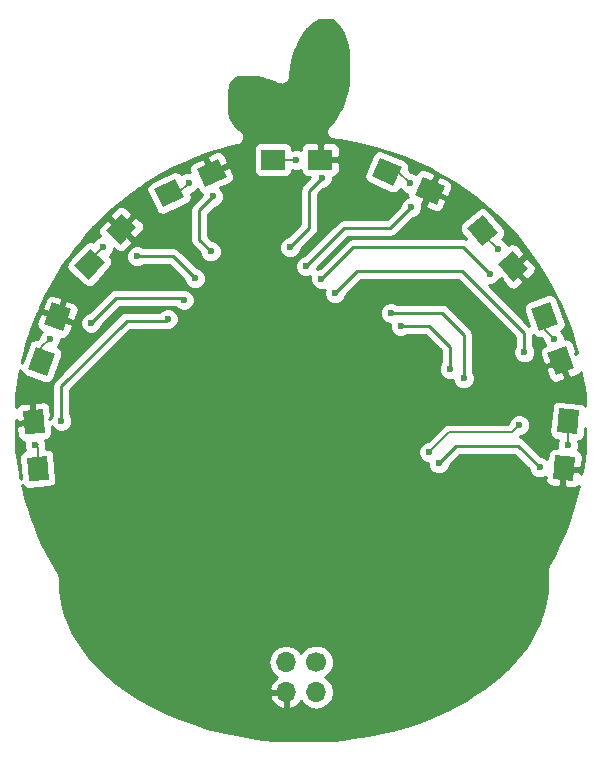
<source format=gtl>
G04 #@! TF.FileFunction,Copper,L1,Top,Signal*
%FSLAX46Y46*%
G04 Gerber Fmt 4.6, Leading zero omitted, Abs format (unit mm)*
G04 Created by KiCad (PCBNEW 4.0.7) date 05/31/18 15:48:07*
%MOMM*%
%LPD*%
G01*
G04 APERTURE LIST*
%ADD10C,0.100000*%
%ADD11C,1.700000*%
%ADD12O,1.700000X1.700000*%
%ADD13R,2.000000X1.700000*%
%ADD14C,0.600000*%
%ADD15C,0.200000*%
%ADD16C,0.250000*%
%ADD17C,0.254000*%
G04 APERTURE END LIST*
D10*
D11*
X100406200Y-120421400D03*
D12*
X100406200Y-122961400D03*
X97866200Y-120421400D03*
X97866200Y-122961400D03*
D10*
G36*
X75548968Y-99142699D02*
X77242499Y-98994534D01*
X77416810Y-100986923D01*
X75723279Y-101135088D01*
X75548968Y-99142699D01*
X75548968Y-99142699D01*
G37*
G36*
X75897590Y-103127477D02*
X77591121Y-102979312D01*
X77765432Y-104971701D01*
X76071901Y-105119866D01*
X75897590Y-103127477D01*
X75897590Y-103127477D01*
G37*
G36*
X78052921Y-89955805D02*
X79650399Y-90537240D01*
X78966359Y-92416625D01*
X77368881Y-91835190D01*
X78052921Y-89955805D01*
X78052921Y-89955805D01*
G37*
G36*
X76684841Y-93714575D02*
X78282319Y-94296010D01*
X77598279Y-96175395D01*
X76000801Y-95593960D01*
X76684841Y-93714575D01*
X76684841Y-93714575D01*
G37*
G36*
X83925719Y-82444204D02*
X85189065Y-83581726D01*
X83850803Y-85068016D01*
X82587457Y-83930494D01*
X83925719Y-82444204D01*
X83925719Y-82444204D01*
G37*
G36*
X81249197Y-85416784D02*
X82512543Y-86554306D01*
X81174281Y-88040596D01*
X79910935Y-86903074D01*
X81249197Y-85416784D01*
X81249197Y-85416784D01*
G37*
G36*
X92123298Y-77819383D02*
X92841749Y-79360106D01*
X91029134Y-80205343D01*
X90310683Y-78664620D01*
X92123298Y-77819383D01*
X92123298Y-77819383D01*
G37*
G36*
X88498066Y-79509857D02*
X89216517Y-81050580D01*
X87403902Y-81895817D01*
X86685451Y-80355094D01*
X88498066Y-79509857D01*
X88498066Y-79509857D01*
G37*
D13*
X100755200Y-77876400D03*
X96755200Y-77876400D03*
D10*
G36*
X111290363Y-80148896D02*
X110598910Y-81701923D01*
X108771819Y-80888450D01*
X109463272Y-79335423D01*
X111290363Y-80148896D01*
X111290363Y-80148896D01*
G37*
G36*
X107636181Y-78521950D02*
X106944728Y-80074977D01*
X105117637Y-79261504D01*
X105809090Y-77708477D01*
X107636181Y-78521950D01*
X107636181Y-78521950D01*
G37*
G36*
X118352700Y-87146564D02*
X117050425Y-88239303D01*
X115764850Y-86707214D01*
X117067125Y-85614475D01*
X118352700Y-87146564D01*
X118352700Y-87146564D01*
G37*
G36*
X115781550Y-84082386D02*
X114479275Y-85175125D01*
X113193700Y-83643036D01*
X114495975Y-82550297D01*
X115781550Y-84082386D01*
X115781550Y-84082386D01*
G37*
G36*
X122271599Y-95543160D02*
X120674121Y-96124595D01*
X119990081Y-94245210D01*
X121587559Y-93663775D01*
X122271599Y-95543160D01*
X122271599Y-95543160D01*
G37*
G36*
X120903519Y-91784390D02*
X119306041Y-92365825D01*
X118622001Y-90486440D01*
X120219479Y-89905005D01*
X120903519Y-91784390D01*
X120903519Y-91784390D01*
G37*
G36*
X122149699Y-105069066D02*
X120456168Y-104920901D01*
X120630479Y-102928512D01*
X122324010Y-103076677D01*
X122149699Y-105069066D01*
X122149699Y-105069066D01*
G37*
G36*
X122498321Y-101084288D02*
X120804790Y-100936123D01*
X120979101Y-98943734D01*
X122672632Y-99091899D01*
X122498321Y-101084288D01*
X122498321Y-101084288D01*
G37*
D14*
X117602000Y-100360480D03*
X109971840Y-102651560D03*
X76611480Y-102011480D03*
X77871320Y-93040200D03*
X82336640Y-85308440D03*
X89611200Y-79822040D03*
X98719640Y-77917040D03*
X108356400Y-79898240D03*
X115783360Y-85440520D03*
X120548400Y-93080840D03*
X121732040Y-102031800D03*
X78831440Y-100015040D03*
X87858600Y-91363800D03*
X81346040Y-91709240D03*
X89230200Y-89763600D03*
X85232240Y-86070440D03*
X90144600Y-87934800D03*
X91668600Y-81000600D03*
X91480640Y-85648800D03*
X100888800Y-79441040D03*
X98186240Y-85308440D03*
X108432600Y-81915000D03*
X99557840Y-86908640D03*
X115138200Y-87553800D03*
X100853240Y-87975440D03*
X118033800Y-94183200D03*
X101996240Y-89194640D03*
X119329200Y-103936800D03*
X110794800Y-103596440D03*
X112892840Y-96393000D03*
X106720640Y-90871040D03*
X111709200Y-95595440D03*
X107558840Y-91937840D03*
D15*
X116982240Y-100980240D02*
X117602000Y-100360480D01*
X111643160Y-100980240D02*
X116982240Y-100980240D01*
X109971840Y-102651560D02*
X111643160Y-100980240D01*
X76831511Y-102231511D02*
X76831511Y-104049589D01*
X76611480Y-102011480D02*
X76831511Y-102231511D01*
X76733400Y-101955600D02*
X76831511Y-102053711D01*
X77141560Y-94944985D02*
X77141560Y-93769960D01*
X77141560Y-93769960D02*
X77871320Y-93040200D01*
X82336640Y-85308440D02*
X81211739Y-86433341D01*
X81211739Y-86433341D02*
X81211739Y-86728690D01*
X89611200Y-79822040D02*
X88730403Y-80702837D01*
X88730403Y-80702837D02*
X87950984Y-80702837D01*
X98719640Y-77917040D02*
X98679000Y-77876400D01*
X98679000Y-77876400D02*
X96755200Y-77876400D01*
X108356400Y-79898240D02*
X107349887Y-78891727D01*
X107349887Y-78891727D02*
X106376909Y-78891727D01*
X115783360Y-85440520D02*
X114487625Y-84144785D01*
X114487625Y-84144785D02*
X114487625Y-83862711D01*
X119762760Y-92295200D02*
X119762760Y-91135415D01*
X120548400Y-93080840D02*
X119762760Y-92295200D01*
X121732040Y-102031800D02*
X121738711Y-102025129D01*
X121738711Y-102025129D02*
X121738711Y-100014011D01*
D16*
X78831440Y-97043240D02*
X78831440Y-100015040D01*
X84358480Y-91516200D02*
X78831440Y-97043240D01*
X87706200Y-91516200D02*
X84358480Y-91516200D01*
X87858600Y-91363800D02*
X87706200Y-91516200D01*
X83479640Y-89575640D02*
X81346040Y-91709240D01*
X89042240Y-89575640D02*
X83479640Y-89575640D01*
X89230200Y-89763600D02*
X89042240Y-89575640D01*
X88280240Y-86070440D02*
X85232240Y-86070440D01*
X90144600Y-87934800D02*
X88280240Y-86070440D01*
X90490040Y-82179160D02*
X91668600Y-81000600D01*
X90490040Y-84658200D02*
X90490040Y-82179160D01*
X91480640Y-85648800D02*
X90490040Y-84658200D01*
X99822000Y-80507840D02*
X100888800Y-79441040D01*
X99822000Y-83672680D02*
X99822000Y-80507840D01*
X98186240Y-85308440D02*
X99822000Y-83672680D01*
X106680000Y-83667600D02*
X108432600Y-81915000D01*
X102798880Y-83667600D02*
X106680000Y-83667600D01*
X99557840Y-86908640D02*
X102798880Y-83667600D01*
X112857280Y-85272880D02*
X115138200Y-87553800D01*
X103555800Y-85272880D02*
X112857280Y-85272880D01*
X100853240Y-87975440D02*
X103555800Y-85272880D01*
X118033800Y-92577920D02*
X118033800Y-94183200D01*
X112750600Y-87294720D02*
X118033800Y-92577920D01*
X103896160Y-87294720D02*
X112750600Y-87294720D01*
X101996240Y-89194640D02*
X103896160Y-87294720D01*
X117500400Y-102108000D02*
X119329200Y-103936800D01*
X112283240Y-102108000D02*
X117500400Y-102108000D01*
X110794800Y-103596440D02*
X112283240Y-102108000D01*
X112892840Y-92699840D02*
X112892840Y-96393000D01*
X111023400Y-90830400D02*
X112892840Y-92699840D01*
X106761280Y-90830400D02*
X111023400Y-90830400D01*
X106720640Y-90871040D02*
X106761280Y-90830400D01*
X111709200Y-93710760D02*
X111709200Y-95595440D01*
X109971840Y-91973400D02*
X111709200Y-93710760D01*
X107594400Y-91973400D02*
X109971840Y-91973400D01*
X107558840Y-91937840D02*
X107594400Y-91973400D01*
D17*
G36*
X101783874Y-66092975D02*
X102005283Y-66277482D01*
X102274680Y-66508394D01*
X102467701Y-66817227D01*
X102587512Y-67016912D01*
X102754502Y-67434388D01*
X102896218Y-67954013D01*
X102898161Y-67957910D01*
X102898518Y-67962252D01*
X102990508Y-68284217D01*
X103074400Y-68745622D01*
X103074400Y-68986400D01*
X103079402Y-69011545D01*
X103076204Y-69036985D01*
X103125200Y-69722929D01*
X103125200Y-70533928D01*
X103076491Y-71167145D01*
X103079783Y-71194540D01*
X103074400Y-71221600D01*
X103074400Y-71421303D01*
X102988561Y-71979256D01*
X102851045Y-72437643D01*
X102661111Y-73054929D01*
X102475194Y-73473242D01*
X102294113Y-73880675D01*
X101898395Y-74496235D01*
X101430243Y-75011202D01*
X101387309Y-75082590D01*
X101333663Y-75146319D01*
X101316587Y-75200181D01*
X101287465Y-75248603D01*
X101275117Y-75330988D01*
X101249943Y-75410394D01*
X101254779Y-75466688D01*
X101246403Y-75522571D01*
X101266524Y-75603412D01*
X101273653Y-75686405D01*
X101299665Y-75736566D01*
X101313312Y-75791398D01*
X101362833Y-75858380D01*
X101401183Y-75932334D01*
X101444412Y-75968723D01*
X101478002Y-76014157D01*
X101549390Y-76057091D01*
X101613119Y-76110737D01*
X101666981Y-76127813D01*
X101715403Y-76156935D01*
X101797788Y-76169283D01*
X101877194Y-76194457D01*
X102309956Y-76242542D01*
X102844591Y-76339748D01*
X102846467Y-76339717D01*
X102848212Y-76340396D01*
X103707079Y-76491961D01*
X104743893Y-76689449D01*
X105466558Y-76882160D01*
X106265025Y-77131681D01*
X107058879Y-77379760D01*
X107845903Y-77674894D01*
X108573288Y-77965848D01*
X109156479Y-78257444D01*
X109170665Y-78261329D01*
X109182641Y-78269864D01*
X110167438Y-78713023D01*
X110489492Y-78897053D01*
X112187421Y-79895835D01*
X113867317Y-81081644D01*
X115641930Y-82560488D01*
X117370779Y-84388129D01*
X118355428Y-85618940D01*
X119196838Y-86806813D01*
X119888245Y-87893310D01*
X120327499Y-88674205D01*
X120726157Y-89471522D01*
X121021624Y-90062456D01*
X121465338Y-91097788D01*
X121957190Y-92376604D01*
X122253318Y-93413052D01*
X122255491Y-93417282D01*
X122255943Y-93422017D01*
X122401746Y-93908026D01*
X122487563Y-94279903D01*
X122482846Y-94266942D01*
X122333673Y-94321237D01*
X122428551Y-94117768D01*
X122141063Y-93327901D01*
X121970397Y-93141651D01*
X121741446Y-93034889D01*
X121489068Y-93023870D01*
X121483449Y-93025915D01*
X121483562Y-92895673D01*
X121341517Y-92551897D01*
X121161224Y-92371289D01*
X121330938Y-92270694D01*
X121486463Y-92066090D01*
X121550132Y-91817098D01*
X121511914Y-91562953D01*
X120827874Y-89683568D01*
X120705783Y-89477586D01*
X120501179Y-89322061D01*
X120252187Y-89258392D01*
X119998041Y-89296610D01*
X118400563Y-89878045D01*
X118194582Y-90000136D01*
X118039057Y-90204740D01*
X117975388Y-90453732D01*
X118013606Y-90707877D01*
X118457129Y-91926447D01*
X115019379Y-88488697D01*
X115323367Y-88488962D01*
X115667143Y-88346917D01*
X115930392Y-88084127D01*
X115983654Y-87955860D01*
X116002834Y-87978718D01*
X116124443Y-87876676D01*
X116104876Y-88100326D01*
X116645176Y-88744231D01*
X116869252Y-88860877D01*
X117120909Y-88882895D01*
X117361836Y-88806932D01*
X117555353Y-88644551D01*
X117890836Y-88363048D01*
X117910403Y-88139396D01*
X117043121Y-87105811D01*
X117027801Y-87118666D01*
X116880016Y-86942543D01*
X117237697Y-86942543D01*
X118104978Y-87976128D01*
X118328630Y-87995695D01*
X118664112Y-87714192D01*
X118857630Y-87551812D01*
X118974276Y-87327736D01*
X118996292Y-87076079D01*
X118920328Y-86835152D01*
X118380028Y-86191247D01*
X118156375Y-86171680D01*
X117237697Y-86942543D01*
X116880016Y-86942543D01*
X116864532Y-86924091D01*
X116879853Y-86911235D01*
X116866998Y-86895915D01*
X117061573Y-86732646D01*
X117074429Y-86747967D01*
X117993107Y-85977104D01*
X118012674Y-85753452D01*
X117472374Y-85109547D01*
X117248298Y-84992901D01*
X116996641Y-84970883D01*
X116755714Y-85046846D01*
X116664124Y-85123700D01*
X116576477Y-84911577D01*
X116313687Y-84648328D01*
X116180322Y-84592950D01*
X116197717Y-84578354D01*
X116349518Y-84393176D01*
X116425685Y-84147719D01*
X116400355Y-83891967D01*
X116277518Y-83666220D01*
X114991943Y-82134131D01*
X114806765Y-81982329D01*
X114561308Y-81906162D01*
X114305556Y-81931492D01*
X114079808Y-82054329D01*
X112777533Y-83147068D01*
X112625732Y-83332246D01*
X112549565Y-83577703D01*
X112574895Y-83833455D01*
X112697732Y-84059202D01*
X113122717Y-84565679D01*
X112857280Y-84512880D01*
X103555800Y-84512880D01*
X103264961Y-84570732D01*
X103018399Y-84735479D01*
X100713560Y-87040318D01*
X100668073Y-87040278D01*
X100484001Y-87116335D01*
X100492678Y-87095439D01*
X100492719Y-87048563D01*
X103113682Y-84427600D01*
X106680000Y-84427600D01*
X106970839Y-84369748D01*
X107217401Y-84205001D01*
X108572280Y-82850122D01*
X108617767Y-82850162D01*
X108961543Y-82708117D01*
X109224792Y-82445327D01*
X109367438Y-82101799D01*
X109367716Y-81781918D01*
X109607677Y-81781918D01*
X109688133Y-81991513D01*
X110456022Y-82333399D01*
X110708553Y-82340012D01*
X110944394Y-82249482D01*
X111127637Y-82075591D01*
X111230386Y-81844812D01*
X111408513Y-81444733D01*
X111328057Y-81235138D01*
X110095456Y-80686349D01*
X109607677Y-81781918D01*
X109367716Y-81781918D01*
X109367762Y-81729833D01*
X109350571Y-81688228D01*
X109375636Y-81678607D01*
X109863415Y-80583038D01*
X109845144Y-80574903D01*
X109898836Y-80454308D01*
X110198767Y-80454308D01*
X111431368Y-81003098D01*
X111640963Y-80922642D01*
X111819089Y-80522563D01*
X111921839Y-80291784D01*
X111928452Y-80039252D01*
X111837920Y-79803412D01*
X111664029Y-79620169D01*
X110896141Y-79278283D01*
X110686546Y-79358739D01*
X110198767Y-80454308D01*
X109898836Y-80454308D01*
X109948455Y-80342862D01*
X109966726Y-80350997D01*
X110454505Y-79255428D01*
X110374049Y-79045833D01*
X109606160Y-78703947D01*
X109353629Y-78697334D01*
X109117788Y-78787864D01*
X108934545Y-78961755D01*
X108872865Y-79100292D01*
X108543199Y-78963402D01*
X108460937Y-78963330D01*
X108238239Y-78740633D01*
X108282909Y-78552305D01*
X108243766Y-78298300D01*
X108108885Y-78079536D01*
X107899518Y-77930484D01*
X106072427Y-77117011D01*
X105839446Y-77061749D01*
X105585441Y-77100892D01*
X105366677Y-77235773D01*
X105217624Y-77445139D01*
X104526171Y-78998166D01*
X104470909Y-79231149D01*
X104510052Y-79485154D01*
X104644933Y-79703918D01*
X104854300Y-79852970D01*
X106681391Y-80666443D01*
X106914372Y-80721705D01*
X107168377Y-80682562D01*
X107387141Y-80547681D01*
X107530100Y-80346874D01*
X107563283Y-80427183D01*
X107826073Y-80690432D01*
X108138391Y-80820118D01*
X108133730Y-80998094D01*
X108143247Y-81022887D01*
X107903657Y-81121883D01*
X107640408Y-81384673D01*
X107497762Y-81728201D01*
X107497721Y-81775077D01*
X106365198Y-82907600D01*
X102798880Y-82907600D01*
X102508041Y-82965452D01*
X102261479Y-83130199D01*
X99418160Y-85973518D01*
X99372673Y-85973478D01*
X99028897Y-86115523D01*
X98765648Y-86378313D01*
X98623002Y-86721841D01*
X98622678Y-87093807D01*
X98764723Y-87437583D01*
X99027513Y-87700832D01*
X99371041Y-87843478D01*
X99743007Y-87843802D01*
X99927079Y-87767745D01*
X99918402Y-87788641D01*
X99918078Y-88160607D01*
X100060123Y-88504383D01*
X100322913Y-88767632D01*
X100666441Y-88910278D01*
X101038407Y-88910602D01*
X101114904Y-88878994D01*
X101061402Y-89007841D01*
X101061078Y-89379807D01*
X101203123Y-89723583D01*
X101465913Y-89986832D01*
X101809441Y-90129478D01*
X102181407Y-90129802D01*
X102525183Y-89987757D01*
X102788432Y-89724967D01*
X102931078Y-89381439D01*
X102931119Y-89334563D01*
X104210962Y-88054720D01*
X112435798Y-88054720D01*
X117273800Y-92892722D01*
X117273800Y-93620737D01*
X117241608Y-93652873D01*
X117098962Y-93996401D01*
X117098638Y-94368367D01*
X117240683Y-94712143D01*
X117503473Y-94975392D01*
X117847001Y-95118038D01*
X118218967Y-95118362D01*
X118562743Y-94976317D01*
X118825992Y-94713527D01*
X118968638Y-94369999D01*
X118968962Y-93998033D01*
X118826917Y-93654257D01*
X118793800Y-93621082D01*
X118793800Y-92749485D01*
X118819737Y-92793244D01*
X119024341Y-92948769D01*
X119273333Y-93012438D01*
X119418693Y-92990579D01*
X119613308Y-93185195D01*
X119613238Y-93266007D01*
X119755283Y-93609783D01*
X119788330Y-93642888D01*
X119654206Y-93691705D01*
X119467956Y-93862372D01*
X119361195Y-94091323D01*
X119350176Y-94343701D01*
X119637664Y-95133568D01*
X119841136Y-95228448D01*
X120968062Y-94818281D01*
X120961221Y-94799486D01*
X121199904Y-94712614D01*
X121206744Y-94731407D01*
X121225539Y-94724566D01*
X121312411Y-94963249D01*
X121293618Y-94970089D01*
X121755088Y-96237970D01*
X121958560Y-96332850D01*
X122370090Y-96183066D01*
X122607474Y-96096665D01*
X122793724Y-95925998D01*
X122824645Y-95859687D01*
X122846404Y-95982988D01*
X122847083Y-95984733D01*
X122847052Y-95986609D01*
X122946243Y-96532160D01*
X123045936Y-97230009D01*
X123142917Y-97908876D01*
X123182371Y-98697954D01*
X123174302Y-98682624D01*
X122975546Y-98519691D01*
X122729060Y-98446923D01*
X121035529Y-98298758D01*
X120797249Y-98322358D01*
X120569826Y-98442064D01*
X120406893Y-98640820D01*
X120334125Y-98887306D01*
X120159814Y-100879695D01*
X120183414Y-101117975D01*
X120303120Y-101345398D01*
X120501876Y-101508331D01*
X120748362Y-101581099D01*
X120901231Y-101594473D01*
X120797202Y-101845001D01*
X120796878Y-102216967D01*
X120834893Y-102308970D01*
X120811652Y-102306937D01*
X120559994Y-102284920D01*
X120319067Y-102360884D01*
X120125550Y-102523264D01*
X120008904Y-102747340D01*
X119964912Y-103250177D01*
X119859527Y-103144608D01*
X119515999Y-103001962D01*
X119469123Y-103001921D01*
X118037801Y-101570599D01*
X117791239Y-101405852D01*
X117628454Y-101373472D01*
X117706354Y-101295572D01*
X117787167Y-101295642D01*
X118130943Y-101153597D01*
X118394192Y-100890807D01*
X118536838Y-100547279D01*
X118537162Y-100175313D01*
X118395117Y-99831537D01*
X118132327Y-99568288D01*
X117788799Y-99425642D01*
X117416833Y-99425318D01*
X117073057Y-99567363D01*
X116809808Y-99830153D01*
X116667162Y-100173681D01*
X116667100Y-100245240D01*
X111643160Y-100245240D01*
X111408554Y-100291907D01*
X111361887Y-100301189D01*
X111123436Y-100460517D01*
X109867485Y-101716468D01*
X109786673Y-101716398D01*
X109442897Y-101858443D01*
X109179648Y-102121233D01*
X109037002Y-102464761D01*
X109036678Y-102836727D01*
X109178723Y-103180503D01*
X109441513Y-103443752D01*
X109785041Y-103586398D01*
X109859808Y-103586463D01*
X109859638Y-103781607D01*
X110001683Y-104125383D01*
X110264473Y-104388632D01*
X110608001Y-104531278D01*
X110979967Y-104531602D01*
X111323743Y-104389557D01*
X111586992Y-104126767D01*
X111729638Y-103783239D01*
X111729679Y-103736363D01*
X112598042Y-102868000D01*
X117185598Y-102868000D01*
X118394078Y-104076480D01*
X118394038Y-104121967D01*
X118536083Y-104465743D01*
X118798873Y-104728992D01*
X119142401Y-104871638D01*
X119514367Y-104871962D01*
X119834600Y-104739645D01*
X119812576Y-104991386D01*
X119888540Y-105232312D01*
X120050919Y-105425830D01*
X120274995Y-105542476D01*
X120526652Y-105564494D01*
X120962927Y-105602663D01*
X121134909Y-105458353D01*
X121252503Y-104114237D01*
X121232579Y-104112494D01*
X121254717Y-103859460D01*
X121274641Y-103861203D01*
X121276384Y-103841279D01*
X121529418Y-103863417D01*
X121527675Y-103883341D01*
X122722361Y-103987863D01*
X122894343Y-103843553D01*
X122967602Y-103006192D01*
X122891638Y-102765266D01*
X122729259Y-102571748D01*
X122557388Y-102482278D01*
X122666878Y-102218599D01*
X122667202Y-101846633D01*
X122611755Y-101712440D01*
X122680173Y-101705664D01*
X122907596Y-101585958D01*
X123070529Y-101387202D01*
X123143297Y-101140716D01*
X123191200Y-100593181D01*
X123191200Y-101480664D01*
X123142605Y-102452557D01*
X123045365Y-103230479D01*
X122897341Y-104217305D01*
X122836260Y-104507440D01*
X122844533Y-104412878D01*
X122700223Y-104240896D01*
X121505537Y-104136375D01*
X121387942Y-105480490D01*
X121532252Y-105652472D01*
X121968526Y-105690641D01*
X122220184Y-105712658D01*
X122461111Y-105636694D01*
X122623139Y-105500737D01*
X122499884Y-106055382D01*
X122253495Y-106991663D01*
X122008172Y-107776696D01*
X121708163Y-108626721D01*
X121464549Y-109308840D01*
X121222840Y-109840600D01*
X121221048Y-109848242D01*
X121216607Y-109854717D01*
X120920024Y-110546744D01*
X120527763Y-111331266D01*
X120193111Y-111952762D01*
X120110044Y-112077363D01*
X120083490Y-112141659D01*
X120044846Y-112199495D01*
X120031132Y-112268438D01*
X120004298Y-112333414D01*
X120004371Y-112402977D01*
X119990800Y-112471200D01*
X119990800Y-113965674D01*
X119945154Y-114513431D01*
X119802743Y-115320423D01*
X119612213Y-116082544D01*
X119468435Y-116513878D01*
X119279023Y-117082113D01*
X118808461Y-118070293D01*
X118476200Y-118592418D01*
X118139162Y-119122049D01*
X117264531Y-120239633D01*
X116647674Y-120903942D01*
X115763476Y-121689895D01*
X115083548Y-122272691D01*
X114606477Y-122606641D01*
X113814270Y-123151283D01*
X113071108Y-123597180D01*
X112586488Y-123887952D01*
X112102878Y-124129757D01*
X112090506Y-124139359D01*
X112075594Y-124144148D01*
X111640267Y-124385996D01*
X110908743Y-124727374D01*
X110118523Y-125073095D01*
X108832324Y-125567787D01*
X107751894Y-125911560D01*
X106813110Y-126158609D01*
X105967468Y-126357583D01*
X104773445Y-126606338D01*
X103534391Y-126804587D01*
X102687653Y-126904203D01*
X101799324Y-127002906D01*
X100670170Y-127052000D01*
X97860510Y-127052000D01*
X96976858Y-127002908D01*
X95839014Y-126903965D01*
X94452923Y-126705952D01*
X93158873Y-126457096D01*
X92720720Y-126359729D01*
X91917002Y-126158800D01*
X91917001Y-126158799D01*
X91510602Y-126057200D01*
X91510601Y-126057199D01*
X91125931Y-125961032D01*
X90039352Y-125615302D01*
X89050255Y-125269118D01*
X87966566Y-124825791D01*
X87127149Y-124430771D01*
X86239739Y-123987066D01*
X85309182Y-123448321D01*
X85109135Y-123318290D01*
X96424724Y-123318290D01*
X96594555Y-123728324D01*
X96984842Y-124156583D01*
X97509308Y-124402886D01*
X97739200Y-124282219D01*
X97739200Y-123088400D01*
X96546045Y-123088400D01*
X96424724Y-123318290D01*
X85109135Y-123318290D01*
X84331308Y-122812703D01*
X83499450Y-122176576D01*
X82672215Y-121495323D01*
X82340846Y-121163954D01*
X82340843Y-121163952D01*
X81842140Y-120665248D01*
X81615710Y-120421400D01*
X96352107Y-120421400D01*
X96465146Y-120989685D01*
X96787053Y-121471454D01*
X97127753Y-121699102D01*
X96984842Y-121766217D01*
X96594555Y-122194476D01*
X96424724Y-122604510D01*
X96546045Y-122834400D01*
X97739200Y-122834400D01*
X97739200Y-122814400D01*
X97993200Y-122814400D01*
X97993200Y-122834400D01*
X98013200Y-122834400D01*
X98013200Y-123088400D01*
X97993200Y-123088400D01*
X97993200Y-124282219D01*
X98223092Y-124402886D01*
X98747558Y-124156583D01*
X99137845Y-123728324D01*
X99137855Y-123728299D01*
X99327053Y-124011454D01*
X99808822Y-124333361D01*
X100377107Y-124446400D01*
X100435293Y-124446400D01*
X101003578Y-124333361D01*
X101485347Y-124011454D01*
X101807254Y-123529685D01*
X101920293Y-122961400D01*
X101807254Y-122393115D01*
X101485347Y-121911346D01*
X101181040Y-121708015D01*
X101246286Y-121681056D01*
X101664388Y-121263683D01*
X101890942Y-120718081D01*
X101891457Y-120127311D01*
X101665856Y-119581314D01*
X101248483Y-119163212D01*
X100702881Y-118936658D01*
X100112111Y-118936143D01*
X99566114Y-119161744D01*
X99148012Y-119579117D01*
X99123545Y-119638039D01*
X98945347Y-119371346D01*
X98463578Y-119049439D01*
X97895293Y-118936400D01*
X97837107Y-118936400D01*
X97268822Y-119049439D01*
X96787053Y-119371346D01*
X96465146Y-119853115D01*
X96352107Y-120421400D01*
X81615710Y-120421400D01*
X81213782Y-119988556D01*
X80594335Y-119178510D01*
X80109826Y-118403297D01*
X79776810Y-117832412D01*
X79489234Y-117209332D01*
X79155583Y-116446701D01*
X78972388Y-115805520D01*
X78779855Y-114890989D01*
X78688000Y-114202074D01*
X78688000Y-113334800D01*
X78680004Y-113294602D01*
X78683359Y-113253753D01*
X78653197Y-113159835D01*
X78633954Y-113063095D01*
X78611185Y-113029018D01*
X78598652Y-112989994D01*
X78344652Y-112532794D01*
X78341834Y-112529471D01*
X78340452Y-112525341D01*
X77934053Y-111814141D01*
X77931934Y-111811703D01*
X77930883Y-111808651D01*
X77591076Y-111226125D01*
X77198493Y-110391887D01*
X76856585Y-109659226D01*
X76664053Y-109129762D01*
X76656234Y-109116867D01*
X76653322Y-109102068D01*
X76309588Y-108267289D01*
X76064881Y-107484225D01*
X76064362Y-107483274D01*
X76064244Y-107482197D01*
X75768772Y-106546536D01*
X75572293Y-105662379D01*
X75572293Y-105662378D01*
X75525152Y-105450246D01*
X75648923Y-105610037D01*
X75872952Y-105735981D01*
X76128329Y-105764842D01*
X77821860Y-105616677D01*
X78052422Y-105552059D01*
X78255603Y-105394679D01*
X78381547Y-105170651D01*
X78410408Y-104915273D01*
X78236097Y-102922884D01*
X78171479Y-102692322D01*
X78014099Y-102489141D01*
X77790070Y-102363197D01*
X77566511Y-102337932D01*
X77566511Y-102231511D01*
X77548827Y-102142609D01*
X77566510Y-102053711D01*
X77546531Y-101953271D01*
X77546642Y-101826313D01*
X77461574Y-101620433D01*
X77597983Y-101608498D01*
X77822059Y-101491852D01*
X77984438Y-101298334D01*
X78060402Y-101057408D01*
X78009349Y-100473859D01*
X78038323Y-100543983D01*
X78301113Y-100807232D01*
X78644641Y-100949878D01*
X79016607Y-100950202D01*
X79360383Y-100808157D01*
X79623632Y-100545367D01*
X79766278Y-100201839D01*
X79766602Y-99829873D01*
X79624557Y-99486097D01*
X79591440Y-99452922D01*
X79591440Y-97358042D01*
X84673282Y-92276200D01*
X87617765Y-92276200D01*
X87671801Y-92298638D01*
X88043767Y-92298962D01*
X88387543Y-92156917D01*
X88650792Y-91894127D01*
X88793438Y-91550599D01*
X88793762Y-91178633D01*
X88743177Y-91056207D01*
X105785478Y-91056207D01*
X105927523Y-91399983D01*
X106190313Y-91663232D01*
X106533841Y-91805878D01*
X106623954Y-91805956D01*
X106623678Y-92123007D01*
X106765723Y-92466783D01*
X107028513Y-92730032D01*
X107372041Y-92872678D01*
X107744007Y-92873002D01*
X108081870Y-92733400D01*
X109657038Y-92733400D01*
X110949200Y-94025562D01*
X110949200Y-95032977D01*
X110917008Y-95065113D01*
X110774362Y-95408641D01*
X110774038Y-95780607D01*
X110916083Y-96124383D01*
X111178873Y-96387632D01*
X111522401Y-96530278D01*
X111894367Y-96530602D01*
X111957742Y-96504416D01*
X111957678Y-96578167D01*
X112099723Y-96921943D01*
X112362513Y-97185192D01*
X112706041Y-97327838D01*
X113078007Y-97328162D01*
X113421783Y-97186117D01*
X113685032Y-96923327D01*
X113827678Y-96579799D01*
X113828002Y-96207833D01*
X113685957Y-95864057D01*
X113652840Y-95830882D01*
X113652840Y-95670602D01*
X119833129Y-95670602D01*
X120120617Y-96460469D01*
X120291283Y-96646719D01*
X120520234Y-96753481D01*
X120772612Y-96764500D01*
X121009996Y-96678099D01*
X121421526Y-96528315D01*
X121516406Y-96324843D01*
X121054936Y-95056963D01*
X119928009Y-95467130D01*
X119833129Y-95670602D01*
X113652840Y-95670602D01*
X113652840Y-92699840D01*
X113594988Y-92409001D01*
X113594988Y-92409000D01*
X113430241Y-92162439D01*
X111560801Y-90292999D01*
X111314239Y-90128252D01*
X111023400Y-90070400D01*
X107230622Y-90070400D01*
X106907439Y-89936202D01*
X106535473Y-89935878D01*
X106191697Y-90077923D01*
X105928448Y-90340713D01*
X105785802Y-90684241D01*
X105785478Y-91056207D01*
X88743177Y-91056207D01*
X88651717Y-90834857D01*
X88388927Y-90571608D01*
X88045399Y-90428962D01*
X87673433Y-90428638D01*
X87329657Y-90570683D01*
X87143816Y-90756200D01*
X84358480Y-90756200D01*
X84067641Y-90814052D01*
X83821079Y-90978799D01*
X78294039Y-96505839D01*
X78129292Y-96752401D01*
X78071440Y-97043240D01*
X78071440Y-99452577D01*
X78039248Y-99484713D01*
X77902893Y-99813090D01*
X77793025Y-99822702D01*
X77937333Y-99650722D01*
X77864074Y-98813362D01*
X77747428Y-98589286D01*
X77553911Y-98426906D01*
X77312984Y-98350942D01*
X77061326Y-98372959D01*
X76625052Y-98411128D01*
X76480742Y-98583110D01*
X76598337Y-99927225D01*
X76618261Y-99925482D01*
X76640399Y-100178516D01*
X76620475Y-100180259D01*
X76622218Y-100200183D01*
X76369184Y-100222321D01*
X76367441Y-100202397D01*
X75172755Y-100306918D01*
X75028445Y-100478900D01*
X75101704Y-101316260D01*
X75218350Y-101540336D01*
X75411867Y-101702716D01*
X75652794Y-101778680D01*
X75697362Y-101774781D01*
X75676642Y-101824681D01*
X75676318Y-102196647D01*
X75799280Y-102494239D01*
X75610600Y-102547119D01*
X75407419Y-102704499D01*
X75281475Y-102928527D01*
X75252614Y-103183905D01*
X75402673Y-104899088D01*
X75373216Y-104766534D01*
X75325540Y-104480477D01*
X75323660Y-104475506D01*
X75323748Y-104470191D01*
X75223623Y-103919505D01*
X75076163Y-102985593D01*
X75028510Y-102461411D01*
X74979600Y-101629932D01*
X74979600Y-99910385D01*
X75150617Y-100053885D01*
X76345303Y-99949363D01*
X76227709Y-98605247D01*
X76055727Y-98460937D01*
X75619452Y-98499106D01*
X75367795Y-98521124D01*
X75143719Y-98637770D01*
X74981340Y-98831288D01*
X74979600Y-98836807D01*
X74979600Y-98574161D01*
X75027256Y-97811665D01*
X75175120Y-96776617D01*
X75273184Y-96139202D01*
X75369761Y-95680458D01*
X75410297Y-95859447D01*
X75560110Y-96068270D01*
X75779363Y-96202355D01*
X77376841Y-96783790D01*
X77613111Y-96822665D01*
X77863767Y-96765899D01*
X78072589Y-96616086D01*
X78206674Y-96396832D01*
X78890714Y-94517447D01*
X78929589Y-94281178D01*
X78872823Y-94030523D01*
X78723010Y-93821700D01*
X78530088Y-93703718D01*
X78663512Y-93570527D01*
X78806158Y-93226999D01*
X78806326Y-93034130D01*
X78867868Y-93056530D01*
X79120246Y-93045511D01*
X79349197Y-92938749D01*
X79519863Y-92752499D01*
X79807351Y-91962632D01*
X79775538Y-91894407D01*
X80410878Y-91894407D01*
X80552923Y-92238183D01*
X80815713Y-92501432D01*
X81159241Y-92644078D01*
X81531207Y-92644402D01*
X81874983Y-92502357D01*
X82138232Y-92239567D01*
X82280878Y-91896039D01*
X82280919Y-91849163D01*
X83794442Y-90335640D01*
X88480105Y-90335640D01*
X88699873Y-90555792D01*
X89043401Y-90698438D01*
X89415367Y-90698762D01*
X89759143Y-90556717D01*
X90022392Y-90293927D01*
X90165038Y-89950399D01*
X90165362Y-89578433D01*
X90023317Y-89234657D01*
X89760527Y-88971408D01*
X89416999Y-88828762D01*
X89106850Y-88828492D01*
X89042240Y-88815640D01*
X83479640Y-88815640D01*
X83188801Y-88873492D01*
X82942239Y-89038239D01*
X81206360Y-90774118D01*
X81160873Y-90774078D01*
X80817097Y-90916123D01*
X80553848Y-91178913D01*
X80411202Y-91522441D01*
X80410878Y-91894407D01*
X79775538Y-91894407D01*
X79712471Y-91759160D01*
X78585544Y-91348993D01*
X78578704Y-91367786D01*
X78340021Y-91280913D01*
X78346862Y-91262119D01*
X77929773Y-91110311D01*
X78672418Y-91110311D01*
X79799344Y-91520478D01*
X80002816Y-91425598D01*
X80290304Y-90635731D01*
X80279285Y-90383353D01*
X80172524Y-90154402D01*
X79986274Y-89983735D01*
X79748890Y-89897334D01*
X79337360Y-89747550D01*
X79133888Y-89842430D01*
X78672418Y-91110311D01*
X77929773Y-91110311D01*
X77219936Y-90851952D01*
X77016464Y-90946832D01*
X76728976Y-91736699D01*
X76739995Y-91989077D01*
X76846756Y-92218028D01*
X77033006Y-92388695D01*
X77155760Y-92433374D01*
X77079128Y-92509873D01*
X76936482Y-92853401D01*
X76936410Y-92935663D01*
X76785729Y-93086345D01*
X76670009Y-93067305D01*
X76419353Y-93124071D01*
X76210531Y-93273884D01*
X76076446Y-93493138D01*
X75484373Y-95119845D01*
X75525013Y-94835366D01*
X75665782Y-94319213D01*
X75666668Y-94306561D01*
X75671926Y-94295018D01*
X75867749Y-93462769D01*
X76162365Y-92578922D01*
X76164324Y-92563383D01*
X76171482Y-92549452D01*
X76261707Y-92233664D01*
X76499785Y-91662277D01*
X76503461Y-91643997D01*
X76513037Y-91627999D01*
X76752618Y-90957171D01*
X76987443Y-90487522D01*
X77026305Y-90409798D01*
X77211929Y-90409798D01*
X77306809Y-90613270D01*
X78433736Y-91023437D01*
X78895206Y-89755557D01*
X78800326Y-89552085D01*
X78388796Y-89402301D01*
X78151412Y-89315900D01*
X77899034Y-89326919D01*
X77670083Y-89433681D01*
X77499417Y-89619931D01*
X77211929Y-90409798D01*
X77026305Y-90409798D01*
X77038243Y-90385922D01*
X77043829Y-90365524D01*
X77055793Y-90348083D01*
X77208193Y-89992483D01*
X77208949Y-89988910D01*
X77210985Y-89985877D01*
X77446761Y-89420014D01*
X77778483Y-88851349D01*
X77780951Y-88844184D01*
X77785852Y-88838406D01*
X78037757Y-88384977D01*
X78438296Y-87684032D01*
X78727324Y-87202318D01*
X78917221Y-86928023D01*
X79263976Y-86928023D01*
X79324654Y-87177761D01*
X79477713Y-87384216D01*
X80741059Y-88521738D01*
X80945561Y-88646290D01*
X81199230Y-88687555D01*
X81448968Y-88626877D01*
X81655423Y-88473818D01*
X82993685Y-86987528D01*
X83118237Y-86783026D01*
X83159502Y-86529357D01*
X83098824Y-86279619D01*
X83081023Y-86255607D01*
X84297078Y-86255607D01*
X84439123Y-86599383D01*
X84701913Y-86862632D01*
X85045441Y-87005278D01*
X85417407Y-87005602D01*
X85761183Y-86863557D01*
X85794358Y-86830440D01*
X87965438Y-86830440D01*
X89209478Y-88074480D01*
X89209438Y-88119967D01*
X89351483Y-88463743D01*
X89614273Y-88726992D01*
X89957801Y-88869638D01*
X90329767Y-88869962D01*
X90673543Y-88727917D01*
X90936792Y-88465127D01*
X91079438Y-88121599D01*
X91079762Y-87749633D01*
X90937717Y-87405857D01*
X90674927Y-87142608D01*
X90331399Y-86999962D01*
X90284523Y-86999921D01*
X88817641Y-85533039D01*
X88571079Y-85368292D01*
X88280240Y-85310440D01*
X85794703Y-85310440D01*
X85762567Y-85278248D01*
X85419039Y-85135602D01*
X85047073Y-85135278D01*
X84703297Y-85277323D01*
X84440048Y-85540113D01*
X84297402Y-85883641D01*
X84297078Y-86255607D01*
X83081023Y-86255607D01*
X82945765Y-86073164D01*
X82918562Y-86048670D01*
X83128832Y-85838767D01*
X83271478Y-85495239D01*
X83271560Y-85400940D01*
X83332040Y-85455396D01*
X83519772Y-85624431D01*
X83757901Y-85708756D01*
X84010173Y-85695535D01*
X84238183Y-85586780D01*
X84800627Y-84962123D01*
X84788877Y-84737924D01*
X83897661Y-83935469D01*
X83884279Y-83950332D01*
X83695520Y-83780373D01*
X83708902Y-83765510D01*
X83688023Y-83746710D01*
X84067620Y-83746710D01*
X84958836Y-84549165D01*
X85183035Y-84537415D01*
X85745479Y-83912758D01*
X85829805Y-83674630D01*
X85816584Y-83422357D01*
X85707829Y-83194347D01*
X85520097Y-83025312D01*
X85194643Y-82732272D01*
X84970444Y-82744022D01*
X84067620Y-83746710D01*
X83688023Y-83746710D01*
X82817686Y-82963055D01*
X82593487Y-82974805D01*
X82031043Y-83599462D01*
X81946717Y-83837590D01*
X81959938Y-84089863D01*
X82068693Y-84317873D01*
X82136909Y-84379296D01*
X81807697Y-84515323D01*
X81544448Y-84778113D01*
X81520089Y-84836775D01*
X81477917Y-84811090D01*
X81224248Y-84769825D01*
X80974510Y-84830503D01*
X80768055Y-84983562D01*
X79429793Y-86469852D01*
X79305241Y-86674354D01*
X79263976Y-86928023D01*
X78917221Y-86928023D01*
X79171357Y-86560939D01*
X79171359Y-86560935D01*
X79614573Y-85920738D01*
X80005617Y-85431934D01*
X80007078Y-85429116D01*
X80009486Y-85427053D01*
X80554978Y-84732791D01*
X80947061Y-84291698D01*
X80950353Y-84286083D01*
X80955472Y-84282062D01*
X81547324Y-83591568D01*
X82080713Y-83058178D01*
X82614198Y-82550097D01*
X82975895Y-82550097D01*
X82987645Y-82774296D01*
X83878861Y-83576751D01*
X84781686Y-82574063D01*
X84769936Y-82349864D01*
X84444482Y-82056824D01*
X84256750Y-81887789D01*
X84018621Y-81803464D01*
X83766349Y-81816685D01*
X83538339Y-81925440D01*
X82975895Y-82550097D01*
X82614198Y-82550097D01*
X83119065Y-82069272D01*
X83857133Y-81478817D01*
X83860435Y-81474894D01*
X83864952Y-81472470D01*
X84700867Y-80784069D01*
X85308671Y-80378866D01*
X86038448Y-80378866D01*
X86098671Y-80628714D01*
X86817122Y-82169437D01*
X86956701Y-82363994D01*
X87174081Y-82501095D01*
X87427675Y-82542820D01*
X87677522Y-82482597D01*
X89490137Y-81637360D01*
X89684694Y-81497781D01*
X89821794Y-81280401D01*
X89863520Y-81026808D01*
X89803297Y-80776960D01*
X89794083Y-80757200D01*
X89796367Y-80757202D01*
X90140143Y-80615157D01*
X90399063Y-80356689D01*
X90400248Y-80359231D01*
X90507009Y-80588181D01*
X90693259Y-80758848D01*
X90748267Y-80778869D01*
X90733762Y-80813801D01*
X90733721Y-80860677D01*
X89952639Y-81641759D01*
X89787892Y-81888321D01*
X89730040Y-82179160D01*
X89730040Y-84658200D01*
X89787892Y-84949039D01*
X89952639Y-85195601D01*
X90545518Y-85788480D01*
X90545478Y-85833967D01*
X90687523Y-86177743D01*
X90950313Y-86440992D01*
X91293841Y-86583638D01*
X91665807Y-86583962D01*
X92009583Y-86441917D01*
X92272832Y-86179127D01*
X92415478Y-85835599D01*
X92415802Y-85463633D01*
X92273757Y-85119857D01*
X92010967Y-84856608D01*
X91667439Y-84713962D01*
X91620563Y-84713921D01*
X91250040Y-84343398D01*
X91250040Y-82493962D01*
X91808280Y-81935722D01*
X91853767Y-81935762D01*
X92197543Y-81793717D01*
X92460792Y-81530927D01*
X92603438Y-81187399D01*
X92603762Y-80815433D01*
X92461717Y-80471657D01*
X92302531Y-80312193D01*
X92318907Y-80304557D01*
X92251817Y-80160682D01*
X92462782Y-80237467D01*
X93224587Y-79882231D01*
X93395253Y-79695981D01*
X93481655Y-79458598D01*
X93470636Y-79206219D01*
X93363874Y-78977269D01*
X93178792Y-78580360D01*
X92967825Y-78503574D01*
X91744990Y-79073792D01*
X91753442Y-79091918D01*
X91523239Y-79199263D01*
X91514787Y-79181137D01*
X91496661Y-79189589D01*
X91389316Y-78959386D01*
X91407442Y-78950934D01*
X90900617Y-77864045D01*
X90689650Y-77787259D01*
X89927845Y-78142495D01*
X89757179Y-78328745D01*
X89670777Y-78566128D01*
X89681796Y-78818507D01*
X89713795Y-78887129D01*
X89426033Y-78886878D01*
X89082257Y-79028923D01*
X88997101Y-79113931D01*
X88945267Y-79041680D01*
X88727887Y-78904579D01*
X88474293Y-78862854D01*
X88224446Y-78923077D01*
X86411831Y-79768314D01*
X86217274Y-79907893D01*
X86080174Y-80125273D01*
X86038448Y-80378866D01*
X85308671Y-80378866D01*
X85433037Y-80295956D01*
X85447182Y-80281840D01*
X85465200Y-80273200D01*
X86041984Y-79840612D01*
X86616148Y-79505683D01*
X86619490Y-79502726D01*
X86623692Y-79501220D01*
X87125198Y-79200317D01*
X87465235Y-79006009D01*
X88202430Y-78612838D01*
X89041093Y-78218173D01*
X89830285Y-77872902D01*
X90132410Y-77756700D01*
X91130820Y-77756700D01*
X91637645Y-78843589D01*
X92860480Y-78273372D01*
X92937266Y-78062405D01*
X92752184Y-77665495D01*
X92645423Y-77436545D01*
X92459173Y-77265878D01*
X92221789Y-77179478D01*
X91969410Y-77190497D01*
X91207605Y-77545733D01*
X91130820Y-77756700D01*
X90132410Y-77756700D01*
X90475675Y-77624675D01*
X90479749Y-77622100D01*
X90484487Y-77621218D01*
X90728041Y-77523797D01*
X91260920Y-77330023D01*
X92056735Y-77081331D01*
X92235260Y-77026400D01*
X95107760Y-77026400D01*
X95107760Y-78726400D01*
X95152038Y-78961717D01*
X95291110Y-79177841D01*
X95503310Y-79322831D01*
X95755200Y-79373840D01*
X97755200Y-79373840D01*
X97990517Y-79329562D01*
X98206641Y-79190490D01*
X98351631Y-78978290D01*
X98389300Y-78792274D01*
X98532841Y-78851878D01*
X98904807Y-78852202D01*
X99120200Y-78763204D01*
X99120200Y-78852710D01*
X99216873Y-79086099D01*
X99395502Y-79264727D01*
X99628891Y-79361400D01*
X99893638Y-79361400D01*
X99284599Y-79970439D01*
X99119852Y-80217001D01*
X99062000Y-80507840D01*
X99062000Y-83357878D01*
X98046560Y-84373318D01*
X98001073Y-84373278D01*
X97657297Y-84515323D01*
X97394048Y-84778113D01*
X97251402Y-85121641D01*
X97251078Y-85493607D01*
X97393123Y-85837383D01*
X97655913Y-86100632D01*
X97999441Y-86243278D01*
X98371407Y-86243602D01*
X98715183Y-86101557D01*
X98978432Y-85838767D01*
X99121078Y-85495239D01*
X99121119Y-85448363D01*
X100359401Y-84210081D01*
X100524148Y-83963519D01*
X100582000Y-83672680D01*
X100582000Y-80822642D01*
X101028480Y-80376162D01*
X101073967Y-80376202D01*
X101417743Y-80234157D01*
X101680992Y-79971367D01*
X101823638Y-79627839D01*
X101823870Y-79361400D01*
X101881509Y-79361400D01*
X102114898Y-79264727D01*
X102293527Y-79086099D01*
X102390200Y-78852710D01*
X102390200Y-78162150D01*
X102231450Y-78003400D01*
X100882200Y-78003400D01*
X100882200Y-78023400D01*
X100628200Y-78023400D01*
X100628200Y-78003400D01*
X100608200Y-78003400D01*
X100608200Y-77749400D01*
X100628200Y-77749400D01*
X100628200Y-76550150D01*
X100882200Y-76550150D01*
X100882200Y-77749400D01*
X102231450Y-77749400D01*
X102390200Y-77590650D01*
X102390200Y-76900090D01*
X102293527Y-76666701D01*
X102114898Y-76488073D01*
X101881509Y-76391400D01*
X101040950Y-76391400D01*
X100882200Y-76550150D01*
X100628200Y-76550150D01*
X100469450Y-76391400D01*
X99628891Y-76391400D01*
X99395502Y-76488073D01*
X99216873Y-76666701D01*
X99120200Y-76900090D01*
X99120200Y-77070964D01*
X98906439Y-76982202D01*
X98534473Y-76981878D01*
X98402640Y-77036350D01*
X98402640Y-77026400D01*
X98358362Y-76791083D01*
X98219290Y-76574959D01*
X98007090Y-76429969D01*
X97755200Y-76378960D01*
X95755200Y-76378960D01*
X95519883Y-76423238D01*
X95303759Y-76562310D01*
X95158769Y-76774510D01*
X95107760Y-77026400D01*
X92235260Y-77026400D01*
X92697440Y-76884191D01*
X93272212Y-76740498D01*
X93763637Y-76642213D01*
X93763643Y-76642213D01*
X94019472Y-76535930D01*
X94215156Y-76339837D01*
X94320902Y-76083786D01*
X94320613Y-75806757D01*
X94214330Y-75550928D01*
X94018237Y-75355244D01*
X93882232Y-75264574D01*
X93735168Y-75154276D01*
X93426250Y-74845358D01*
X93332845Y-74689683D01*
X93205850Y-74435692D01*
X93133115Y-74253854D01*
X93098099Y-74113792D01*
X93064400Y-73945298D01*
X93064400Y-71952302D01*
X93101412Y-71767243D01*
X93101433Y-71747260D01*
X93108064Y-71728409D01*
X93146828Y-71457063D01*
X93177743Y-71379776D01*
X93290649Y-71238643D01*
X93416334Y-71112958D01*
X93601128Y-70989762D01*
X93786487Y-70915619D01*
X93786516Y-70915600D01*
X95467396Y-70915600D01*
X95585800Y-70945201D01*
X95614447Y-70946595D01*
X95641277Y-70956740D01*
X95840770Y-70989989D01*
X95846878Y-70993043D01*
X95895806Y-71006442D01*
X95939878Y-71031565D01*
X96244678Y-71133165D01*
X96260217Y-71135124D01*
X96274148Y-71142282D01*
X96614916Y-71239644D01*
X96704808Y-71269608D01*
X96862879Y-71348644D01*
X96911808Y-71362043D01*
X96955878Y-71387165D01*
X97108277Y-71437964D01*
X97108278Y-71437965D01*
X97260679Y-71488765D01*
X97373582Y-71502998D01*
X97485200Y-71525200D01*
X97510223Y-71520223D01*
X97535531Y-71523413D01*
X97645293Y-71493355D01*
X97756905Y-71471154D01*
X97778114Y-71456983D01*
X97802722Y-71450244D01*
X97892628Y-71380467D01*
X97987246Y-71317246D01*
X98001420Y-71296033D01*
X98021572Y-71280393D01*
X98077930Y-71181527D01*
X98141154Y-71086905D01*
X98146131Y-71061886D01*
X98158765Y-71039722D01*
X98172999Y-70926811D01*
X98195200Y-70815200D01*
X98195200Y-70510057D01*
X98238864Y-70204409D01*
X98282805Y-69896821D01*
X98371082Y-69587852D01*
X98372066Y-69575870D01*
X98377201Y-69565000D01*
X98475930Y-69170084D01*
X98570044Y-68840685D01*
X98650809Y-68598391D01*
X98729844Y-68440321D01*
X98735430Y-68419923D01*
X98747393Y-68402483D01*
X98891576Y-68066056D01*
X99129342Y-67590524D01*
X99352299Y-67189201D01*
X99597724Y-66861968D01*
X100020331Y-66439360D01*
X100257955Y-66280944D01*
X100626895Y-66050357D01*
X100650008Y-66038800D01*
X101657467Y-66038800D01*
X101783874Y-66092975D01*
X101783874Y-66092975D01*
G37*
X101783874Y-66092975D02*
X102005283Y-66277482D01*
X102274680Y-66508394D01*
X102467701Y-66817227D01*
X102587512Y-67016912D01*
X102754502Y-67434388D01*
X102896218Y-67954013D01*
X102898161Y-67957910D01*
X102898518Y-67962252D01*
X102990508Y-68284217D01*
X103074400Y-68745622D01*
X103074400Y-68986400D01*
X103079402Y-69011545D01*
X103076204Y-69036985D01*
X103125200Y-69722929D01*
X103125200Y-70533928D01*
X103076491Y-71167145D01*
X103079783Y-71194540D01*
X103074400Y-71221600D01*
X103074400Y-71421303D01*
X102988561Y-71979256D01*
X102851045Y-72437643D01*
X102661111Y-73054929D01*
X102475194Y-73473242D01*
X102294113Y-73880675D01*
X101898395Y-74496235D01*
X101430243Y-75011202D01*
X101387309Y-75082590D01*
X101333663Y-75146319D01*
X101316587Y-75200181D01*
X101287465Y-75248603D01*
X101275117Y-75330988D01*
X101249943Y-75410394D01*
X101254779Y-75466688D01*
X101246403Y-75522571D01*
X101266524Y-75603412D01*
X101273653Y-75686405D01*
X101299665Y-75736566D01*
X101313312Y-75791398D01*
X101362833Y-75858380D01*
X101401183Y-75932334D01*
X101444412Y-75968723D01*
X101478002Y-76014157D01*
X101549390Y-76057091D01*
X101613119Y-76110737D01*
X101666981Y-76127813D01*
X101715403Y-76156935D01*
X101797788Y-76169283D01*
X101877194Y-76194457D01*
X102309956Y-76242542D01*
X102844591Y-76339748D01*
X102846467Y-76339717D01*
X102848212Y-76340396D01*
X103707079Y-76491961D01*
X104743893Y-76689449D01*
X105466558Y-76882160D01*
X106265025Y-77131681D01*
X107058879Y-77379760D01*
X107845903Y-77674894D01*
X108573288Y-77965848D01*
X109156479Y-78257444D01*
X109170665Y-78261329D01*
X109182641Y-78269864D01*
X110167438Y-78713023D01*
X110489492Y-78897053D01*
X112187421Y-79895835D01*
X113867317Y-81081644D01*
X115641930Y-82560488D01*
X117370779Y-84388129D01*
X118355428Y-85618940D01*
X119196838Y-86806813D01*
X119888245Y-87893310D01*
X120327499Y-88674205D01*
X120726157Y-89471522D01*
X121021624Y-90062456D01*
X121465338Y-91097788D01*
X121957190Y-92376604D01*
X122253318Y-93413052D01*
X122255491Y-93417282D01*
X122255943Y-93422017D01*
X122401746Y-93908026D01*
X122487563Y-94279903D01*
X122482846Y-94266942D01*
X122333673Y-94321237D01*
X122428551Y-94117768D01*
X122141063Y-93327901D01*
X121970397Y-93141651D01*
X121741446Y-93034889D01*
X121489068Y-93023870D01*
X121483449Y-93025915D01*
X121483562Y-92895673D01*
X121341517Y-92551897D01*
X121161224Y-92371289D01*
X121330938Y-92270694D01*
X121486463Y-92066090D01*
X121550132Y-91817098D01*
X121511914Y-91562953D01*
X120827874Y-89683568D01*
X120705783Y-89477586D01*
X120501179Y-89322061D01*
X120252187Y-89258392D01*
X119998041Y-89296610D01*
X118400563Y-89878045D01*
X118194582Y-90000136D01*
X118039057Y-90204740D01*
X117975388Y-90453732D01*
X118013606Y-90707877D01*
X118457129Y-91926447D01*
X115019379Y-88488697D01*
X115323367Y-88488962D01*
X115667143Y-88346917D01*
X115930392Y-88084127D01*
X115983654Y-87955860D01*
X116002834Y-87978718D01*
X116124443Y-87876676D01*
X116104876Y-88100326D01*
X116645176Y-88744231D01*
X116869252Y-88860877D01*
X117120909Y-88882895D01*
X117361836Y-88806932D01*
X117555353Y-88644551D01*
X117890836Y-88363048D01*
X117910403Y-88139396D01*
X117043121Y-87105811D01*
X117027801Y-87118666D01*
X116880016Y-86942543D01*
X117237697Y-86942543D01*
X118104978Y-87976128D01*
X118328630Y-87995695D01*
X118664112Y-87714192D01*
X118857630Y-87551812D01*
X118974276Y-87327736D01*
X118996292Y-87076079D01*
X118920328Y-86835152D01*
X118380028Y-86191247D01*
X118156375Y-86171680D01*
X117237697Y-86942543D01*
X116880016Y-86942543D01*
X116864532Y-86924091D01*
X116879853Y-86911235D01*
X116866998Y-86895915D01*
X117061573Y-86732646D01*
X117074429Y-86747967D01*
X117993107Y-85977104D01*
X118012674Y-85753452D01*
X117472374Y-85109547D01*
X117248298Y-84992901D01*
X116996641Y-84970883D01*
X116755714Y-85046846D01*
X116664124Y-85123700D01*
X116576477Y-84911577D01*
X116313687Y-84648328D01*
X116180322Y-84592950D01*
X116197717Y-84578354D01*
X116349518Y-84393176D01*
X116425685Y-84147719D01*
X116400355Y-83891967D01*
X116277518Y-83666220D01*
X114991943Y-82134131D01*
X114806765Y-81982329D01*
X114561308Y-81906162D01*
X114305556Y-81931492D01*
X114079808Y-82054329D01*
X112777533Y-83147068D01*
X112625732Y-83332246D01*
X112549565Y-83577703D01*
X112574895Y-83833455D01*
X112697732Y-84059202D01*
X113122717Y-84565679D01*
X112857280Y-84512880D01*
X103555800Y-84512880D01*
X103264961Y-84570732D01*
X103018399Y-84735479D01*
X100713560Y-87040318D01*
X100668073Y-87040278D01*
X100484001Y-87116335D01*
X100492678Y-87095439D01*
X100492719Y-87048563D01*
X103113682Y-84427600D01*
X106680000Y-84427600D01*
X106970839Y-84369748D01*
X107217401Y-84205001D01*
X108572280Y-82850122D01*
X108617767Y-82850162D01*
X108961543Y-82708117D01*
X109224792Y-82445327D01*
X109367438Y-82101799D01*
X109367716Y-81781918D01*
X109607677Y-81781918D01*
X109688133Y-81991513D01*
X110456022Y-82333399D01*
X110708553Y-82340012D01*
X110944394Y-82249482D01*
X111127637Y-82075591D01*
X111230386Y-81844812D01*
X111408513Y-81444733D01*
X111328057Y-81235138D01*
X110095456Y-80686349D01*
X109607677Y-81781918D01*
X109367716Y-81781918D01*
X109367762Y-81729833D01*
X109350571Y-81688228D01*
X109375636Y-81678607D01*
X109863415Y-80583038D01*
X109845144Y-80574903D01*
X109898836Y-80454308D01*
X110198767Y-80454308D01*
X111431368Y-81003098D01*
X111640963Y-80922642D01*
X111819089Y-80522563D01*
X111921839Y-80291784D01*
X111928452Y-80039252D01*
X111837920Y-79803412D01*
X111664029Y-79620169D01*
X110896141Y-79278283D01*
X110686546Y-79358739D01*
X110198767Y-80454308D01*
X109898836Y-80454308D01*
X109948455Y-80342862D01*
X109966726Y-80350997D01*
X110454505Y-79255428D01*
X110374049Y-79045833D01*
X109606160Y-78703947D01*
X109353629Y-78697334D01*
X109117788Y-78787864D01*
X108934545Y-78961755D01*
X108872865Y-79100292D01*
X108543199Y-78963402D01*
X108460937Y-78963330D01*
X108238239Y-78740633D01*
X108282909Y-78552305D01*
X108243766Y-78298300D01*
X108108885Y-78079536D01*
X107899518Y-77930484D01*
X106072427Y-77117011D01*
X105839446Y-77061749D01*
X105585441Y-77100892D01*
X105366677Y-77235773D01*
X105217624Y-77445139D01*
X104526171Y-78998166D01*
X104470909Y-79231149D01*
X104510052Y-79485154D01*
X104644933Y-79703918D01*
X104854300Y-79852970D01*
X106681391Y-80666443D01*
X106914372Y-80721705D01*
X107168377Y-80682562D01*
X107387141Y-80547681D01*
X107530100Y-80346874D01*
X107563283Y-80427183D01*
X107826073Y-80690432D01*
X108138391Y-80820118D01*
X108133730Y-80998094D01*
X108143247Y-81022887D01*
X107903657Y-81121883D01*
X107640408Y-81384673D01*
X107497762Y-81728201D01*
X107497721Y-81775077D01*
X106365198Y-82907600D01*
X102798880Y-82907600D01*
X102508041Y-82965452D01*
X102261479Y-83130199D01*
X99418160Y-85973518D01*
X99372673Y-85973478D01*
X99028897Y-86115523D01*
X98765648Y-86378313D01*
X98623002Y-86721841D01*
X98622678Y-87093807D01*
X98764723Y-87437583D01*
X99027513Y-87700832D01*
X99371041Y-87843478D01*
X99743007Y-87843802D01*
X99927079Y-87767745D01*
X99918402Y-87788641D01*
X99918078Y-88160607D01*
X100060123Y-88504383D01*
X100322913Y-88767632D01*
X100666441Y-88910278D01*
X101038407Y-88910602D01*
X101114904Y-88878994D01*
X101061402Y-89007841D01*
X101061078Y-89379807D01*
X101203123Y-89723583D01*
X101465913Y-89986832D01*
X101809441Y-90129478D01*
X102181407Y-90129802D01*
X102525183Y-89987757D01*
X102788432Y-89724967D01*
X102931078Y-89381439D01*
X102931119Y-89334563D01*
X104210962Y-88054720D01*
X112435798Y-88054720D01*
X117273800Y-92892722D01*
X117273800Y-93620737D01*
X117241608Y-93652873D01*
X117098962Y-93996401D01*
X117098638Y-94368367D01*
X117240683Y-94712143D01*
X117503473Y-94975392D01*
X117847001Y-95118038D01*
X118218967Y-95118362D01*
X118562743Y-94976317D01*
X118825992Y-94713527D01*
X118968638Y-94369999D01*
X118968962Y-93998033D01*
X118826917Y-93654257D01*
X118793800Y-93621082D01*
X118793800Y-92749485D01*
X118819737Y-92793244D01*
X119024341Y-92948769D01*
X119273333Y-93012438D01*
X119418693Y-92990579D01*
X119613308Y-93185195D01*
X119613238Y-93266007D01*
X119755283Y-93609783D01*
X119788330Y-93642888D01*
X119654206Y-93691705D01*
X119467956Y-93862372D01*
X119361195Y-94091323D01*
X119350176Y-94343701D01*
X119637664Y-95133568D01*
X119841136Y-95228448D01*
X120968062Y-94818281D01*
X120961221Y-94799486D01*
X121199904Y-94712614D01*
X121206744Y-94731407D01*
X121225539Y-94724566D01*
X121312411Y-94963249D01*
X121293618Y-94970089D01*
X121755088Y-96237970D01*
X121958560Y-96332850D01*
X122370090Y-96183066D01*
X122607474Y-96096665D01*
X122793724Y-95925998D01*
X122824645Y-95859687D01*
X122846404Y-95982988D01*
X122847083Y-95984733D01*
X122847052Y-95986609D01*
X122946243Y-96532160D01*
X123045936Y-97230009D01*
X123142917Y-97908876D01*
X123182371Y-98697954D01*
X123174302Y-98682624D01*
X122975546Y-98519691D01*
X122729060Y-98446923D01*
X121035529Y-98298758D01*
X120797249Y-98322358D01*
X120569826Y-98442064D01*
X120406893Y-98640820D01*
X120334125Y-98887306D01*
X120159814Y-100879695D01*
X120183414Y-101117975D01*
X120303120Y-101345398D01*
X120501876Y-101508331D01*
X120748362Y-101581099D01*
X120901231Y-101594473D01*
X120797202Y-101845001D01*
X120796878Y-102216967D01*
X120834893Y-102308970D01*
X120811652Y-102306937D01*
X120559994Y-102284920D01*
X120319067Y-102360884D01*
X120125550Y-102523264D01*
X120008904Y-102747340D01*
X119964912Y-103250177D01*
X119859527Y-103144608D01*
X119515999Y-103001962D01*
X119469123Y-103001921D01*
X118037801Y-101570599D01*
X117791239Y-101405852D01*
X117628454Y-101373472D01*
X117706354Y-101295572D01*
X117787167Y-101295642D01*
X118130943Y-101153597D01*
X118394192Y-100890807D01*
X118536838Y-100547279D01*
X118537162Y-100175313D01*
X118395117Y-99831537D01*
X118132327Y-99568288D01*
X117788799Y-99425642D01*
X117416833Y-99425318D01*
X117073057Y-99567363D01*
X116809808Y-99830153D01*
X116667162Y-100173681D01*
X116667100Y-100245240D01*
X111643160Y-100245240D01*
X111408554Y-100291907D01*
X111361887Y-100301189D01*
X111123436Y-100460517D01*
X109867485Y-101716468D01*
X109786673Y-101716398D01*
X109442897Y-101858443D01*
X109179648Y-102121233D01*
X109037002Y-102464761D01*
X109036678Y-102836727D01*
X109178723Y-103180503D01*
X109441513Y-103443752D01*
X109785041Y-103586398D01*
X109859808Y-103586463D01*
X109859638Y-103781607D01*
X110001683Y-104125383D01*
X110264473Y-104388632D01*
X110608001Y-104531278D01*
X110979967Y-104531602D01*
X111323743Y-104389557D01*
X111586992Y-104126767D01*
X111729638Y-103783239D01*
X111729679Y-103736363D01*
X112598042Y-102868000D01*
X117185598Y-102868000D01*
X118394078Y-104076480D01*
X118394038Y-104121967D01*
X118536083Y-104465743D01*
X118798873Y-104728992D01*
X119142401Y-104871638D01*
X119514367Y-104871962D01*
X119834600Y-104739645D01*
X119812576Y-104991386D01*
X119888540Y-105232312D01*
X120050919Y-105425830D01*
X120274995Y-105542476D01*
X120526652Y-105564494D01*
X120962927Y-105602663D01*
X121134909Y-105458353D01*
X121252503Y-104114237D01*
X121232579Y-104112494D01*
X121254717Y-103859460D01*
X121274641Y-103861203D01*
X121276384Y-103841279D01*
X121529418Y-103863417D01*
X121527675Y-103883341D01*
X122722361Y-103987863D01*
X122894343Y-103843553D01*
X122967602Y-103006192D01*
X122891638Y-102765266D01*
X122729259Y-102571748D01*
X122557388Y-102482278D01*
X122666878Y-102218599D01*
X122667202Y-101846633D01*
X122611755Y-101712440D01*
X122680173Y-101705664D01*
X122907596Y-101585958D01*
X123070529Y-101387202D01*
X123143297Y-101140716D01*
X123191200Y-100593181D01*
X123191200Y-101480664D01*
X123142605Y-102452557D01*
X123045365Y-103230479D01*
X122897341Y-104217305D01*
X122836260Y-104507440D01*
X122844533Y-104412878D01*
X122700223Y-104240896D01*
X121505537Y-104136375D01*
X121387942Y-105480490D01*
X121532252Y-105652472D01*
X121968526Y-105690641D01*
X122220184Y-105712658D01*
X122461111Y-105636694D01*
X122623139Y-105500737D01*
X122499884Y-106055382D01*
X122253495Y-106991663D01*
X122008172Y-107776696D01*
X121708163Y-108626721D01*
X121464549Y-109308840D01*
X121222840Y-109840600D01*
X121221048Y-109848242D01*
X121216607Y-109854717D01*
X120920024Y-110546744D01*
X120527763Y-111331266D01*
X120193111Y-111952762D01*
X120110044Y-112077363D01*
X120083490Y-112141659D01*
X120044846Y-112199495D01*
X120031132Y-112268438D01*
X120004298Y-112333414D01*
X120004371Y-112402977D01*
X119990800Y-112471200D01*
X119990800Y-113965674D01*
X119945154Y-114513431D01*
X119802743Y-115320423D01*
X119612213Y-116082544D01*
X119468435Y-116513878D01*
X119279023Y-117082113D01*
X118808461Y-118070293D01*
X118476200Y-118592418D01*
X118139162Y-119122049D01*
X117264531Y-120239633D01*
X116647674Y-120903942D01*
X115763476Y-121689895D01*
X115083548Y-122272691D01*
X114606477Y-122606641D01*
X113814270Y-123151283D01*
X113071108Y-123597180D01*
X112586488Y-123887952D01*
X112102878Y-124129757D01*
X112090506Y-124139359D01*
X112075594Y-124144148D01*
X111640267Y-124385996D01*
X110908743Y-124727374D01*
X110118523Y-125073095D01*
X108832324Y-125567787D01*
X107751894Y-125911560D01*
X106813110Y-126158609D01*
X105967468Y-126357583D01*
X104773445Y-126606338D01*
X103534391Y-126804587D01*
X102687653Y-126904203D01*
X101799324Y-127002906D01*
X100670170Y-127052000D01*
X97860510Y-127052000D01*
X96976858Y-127002908D01*
X95839014Y-126903965D01*
X94452923Y-126705952D01*
X93158873Y-126457096D01*
X92720720Y-126359729D01*
X91917002Y-126158800D01*
X91917001Y-126158799D01*
X91510602Y-126057200D01*
X91510601Y-126057199D01*
X91125931Y-125961032D01*
X90039352Y-125615302D01*
X89050255Y-125269118D01*
X87966566Y-124825791D01*
X87127149Y-124430771D01*
X86239739Y-123987066D01*
X85309182Y-123448321D01*
X85109135Y-123318290D01*
X96424724Y-123318290D01*
X96594555Y-123728324D01*
X96984842Y-124156583D01*
X97509308Y-124402886D01*
X97739200Y-124282219D01*
X97739200Y-123088400D01*
X96546045Y-123088400D01*
X96424724Y-123318290D01*
X85109135Y-123318290D01*
X84331308Y-122812703D01*
X83499450Y-122176576D01*
X82672215Y-121495323D01*
X82340846Y-121163954D01*
X82340843Y-121163952D01*
X81842140Y-120665248D01*
X81615710Y-120421400D01*
X96352107Y-120421400D01*
X96465146Y-120989685D01*
X96787053Y-121471454D01*
X97127753Y-121699102D01*
X96984842Y-121766217D01*
X96594555Y-122194476D01*
X96424724Y-122604510D01*
X96546045Y-122834400D01*
X97739200Y-122834400D01*
X97739200Y-122814400D01*
X97993200Y-122814400D01*
X97993200Y-122834400D01*
X98013200Y-122834400D01*
X98013200Y-123088400D01*
X97993200Y-123088400D01*
X97993200Y-124282219D01*
X98223092Y-124402886D01*
X98747558Y-124156583D01*
X99137845Y-123728324D01*
X99137855Y-123728299D01*
X99327053Y-124011454D01*
X99808822Y-124333361D01*
X100377107Y-124446400D01*
X100435293Y-124446400D01*
X101003578Y-124333361D01*
X101485347Y-124011454D01*
X101807254Y-123529685D01*
X101920293Y-122961400D01*
X101807254Y-122393115D01*
X101485347Y-121911346D01*
X101181040Y-121708015D01*
X101246286Y-121681056D01*
X101664388Y-121263683D01*
X101890942Y-120718081D01*
X101891457Y-120127311D01*
X101665856Y-119581314D01*
X101248483Y-119163212D01*
X100702881Y-118936658D01*
X100112111Y-118936143D01*
X99566114Y-119161744D01*
X99148012Y-119579117D01*
X99123545Y-119638039D01*
X98945347Y-119371346D01*
X98463578Y-119049439D01*
X97895293Y-118936400D01*
X97837107Y-118936400D01*
X97268822Y-119049439D01*
X96787053Y-119371346D01*
X96465146Y-119853115D01*
X96352107Y-120421400D01*
X81615710Y-120421400D01*
X81213782Y-119988556D01*
X80594335Y-119178510D01*
X80109826Y-118403297D01*
X79776810Y-117832412D01*
X79489234Y-117209332D01*
X79155583Y-116446701D01*
X78972388Y-115805520D01*
X78779855Y-114890989D01*
X78688000Y-114202074D01*
X78688000Y-113334800D01*
X78680004Y-113294602D01*
X78683359Y-113253753D01*
X78653197Y-113159835D01*
X78633954Y-113063095D01*
X78611185Y-113029018D01*
X78598652Y-112989994D01*
X78344652Y-112532794D01*
X78341834Y-112529471D01*
X78340452Y-112525341D01*
X77934053Y-111814141D01*
X77931934Y-111811703D01*
X77930883Y-111808651D01*
X77591076Y-111226125D01*
X77198493Y-110391887D01*
X76856585Y-109659226D01*
X76664053Y-109129762D01*
X76656234Y-109116867D01*
X76653322Y-109102068D01*
X76309588Y-108267289D01*
X76064881Y-107484225D01*
X76064362Y-107483274D01*
X76064244Y-107482197D01*
X75768772Y-106546536D01*
X75572293Y-105662379D01*
X75572293Y-105662378D01*
X75525152Y-105450246D01*
X75648923Y-105610037D01*
X75872952Y-105735981D01*
X76128329Y-105764842D01*
X77821860Y-105616677D01*
X78052422Y-105552059D01*
X78255603Y-105394679D01*
X78381547Y-105170651D01*
X78410408Y-104915273D01*
X78236097Y-102922884D01*
X78171479Y-102692322D01*
X78014099Y-102489141D01*
X77790070Y-102363197D01*
X77566511Y-102337932D01*
X77566511Y-102231511D01*
X77548827Y-102142609D01*
X77566510Y-102053711D01*
X77546531Y-101953271D01*
X77546642Y-101826313D01*
X77461574Y-101620433D01*
X77597983Y-101608498D01*
X77822059Y-101491852D01*
X77984438Y-101298334D01*
X78060402Y-101057408D01*
X78009349Y-100473859D01*
X78038323Y-100543983D01*
X78301113Y-100807232D01*
X78644641Y-100949878D01*
X79016607Y-100950202D01*
X79360383Y-100808157D01*
X79623632Y-100545367D01*
X79766278Y-100201839D01*
X79766602Y-99829873D01*
X79624557Y-99486097D01*
X79591440Y-99452922D01*
X79591440Y-97358042D01*
X84673282Y-92276200D01*
X87617765Y-92276200D01*
X87671801Y-92298638D01*
X88043767Y-92298962D01*
X88387543Y-92156917D01*
X88650792Y-91894127D01*
X88793438Y-91550599D01*
X88793762Y-91178633D01*
X88743177Y-91056207D01*
X105785478Y-91056207D01*
X105927523Y-91399983D01*
X106190313Y-91663232D01*
X106533841Y-91805878D01*
X106623954Y-91805956D01*
X106623678Y-92123007D01*
X106765723Y-92466783D01*
X107028513Y-92730032D01*
X107372041Y-92872678D01*
X107744007Y-92873002D01*
X108081870Y-92733400D01*
X109657038Y-92733400D01*
X110949200Y-94025562D01*
X110949200Y-95032977D01*
X110917008Y-95065113D01*
X110774362Y-95408641D01*
X110774038Y-95780607D01*
X110916083Y-96124383D01*
X111178873Y-96387632D01*
X111522401Y-96530278D01*
X111894367Y-96530602D01*
X111957742Y-96504416D01*
X111957678Y-96578167D01*
X112099723Y-96921943D01*
X112362513Y-97185192D01*
X112706041Y-97327838D01*
X113078007Y-97328162D01*
X113421783Y-97186117D01*
X113685032Y-96923327D01*
X113827678Y-96579799D01*
X113828002Y-96207833D01*
X113685957Y-95864057D01*
X113652840Y-95830882D01*
X113652840Y-95670602D01*
X119833129Y-95670602D01*
X120120617Y-96460469D01*
X120291283Y-96646719D01*
X120520234Y-96753481D01*
X120772612Y-96764500D01*
X121009996Y-96678099D01*
X121421526Y-96528315D01*
X121516406Y-96324843D01*
X121054936Y-95056963D01*
X119928009Y-95467130D01*
X119833129Y-95670602D01*
X113652840Y-95670602D01*
X113652840Y-92699840D01*
X113594988Y-92409001D01*
X113594988Y-92409000D01*
X113430241Y-92162439D01*
X111560801Y-90292999D01*
X111314239Y-90128252D01*
X111023400Y-90070400D01*
X107230622Y-90070400D01*
X106907439Y-89936202D01*
X106535473Y-89935878D01*
X106191697Y-90077923D01*
X105928448Y-90340713D01*
X105785802Y-90684241D01*
X105785478Y-91056207D01*
X88743177Y-91056207D01*
X88651717Y-90834857D01*
X88388927Y-90571608D01*
X88045399Y-90428962D01*
X87673433Y-90428638D01*
X87329657Y-90570683D01*
X87143816Y-90756200D01*
X84358480Y-90756200D01*
X84067641Y-90814052D01*
X83821079Y-90978799D01*
X78294039Y-96505839D01*
X78129292Y-96752401D01*
X78071440Y-97043240D01*
X78071440Y-99452577D01*
X78039248Y-99484713D01*
X77902893Y-99813090D01*
X77793025Y-99822702D01*
X77937333Y-99650722D01*
X77864074Y-98813362D01*
X77747428Y-98589286D01*
X77553911Y-98426906D01*
X77312984Y-98350942D01*
X77061326Y-98372959D01*
X76625052Y-98411128D01*
X76480742Y-98583110D01*
X76598337Y-99927225D01*
X76618261Y-99925482D01*
X76640399Y-100178516D01*
X76620475Y-100180259D01*
X76622218Y-100200183D01*
X76369184Y-100222321D01*
X76367441Y-100202397D01*
X75172755Y-100306918D01*
X75028445Y-100478900D01*
X75101704Y-101316260D01*
X75218350Y-101540336D01*
X75411867Y-101702716D01*
X75652794Y-101778680D01*
X75697362Y-101774781D01*
X75676642Y-101824681D01*
X75676318Y-102196647D01*
X75799280Y-102494239D01*
X75610600Y-102547119D01*
X75407419Y-102704499D01*
X75281475Y-102928527D01*
X75252614Y-103183905D01*
X75402673Y-104899088D01*
X75373216Y-104766534D01*
X75325540Y-104480477D01*
X75323660Y-104475506D01*
X75323748Y-104470191D01*
X75223623Y-103919505D01*
X75076163Y-102985593D01*
X75028510Y-102461411D01*
X74979600Y-101629932D01*
X74979600Y-99910385D01*
X75150617Y-100053885D01*
X76345303Y-99949363D01*
X76227709Y-98605247D01*
X76055727Y-98460937D01*
X75619452Y-98499106D01*
X75367795Y-98521124D01*
X75143719Y-98637770D01*
X74981340Y-98831288D01*
X74979600Y-98836807D01*
X74979600Y-98574161D01*
X75027256Y-97811665D01*
X75175120Y-96776617D01*
X75273184Y-96139202D01*
X75369761Y-95680458D01*
X75410297Y-95859447D01*
X75560110Y-96068270D01*
X75779363Y-96202355D01*
X77376841Y-96783790D01*
X77613111Y-96822665D01*
X77863767Y-96765899D01*
X78072589Y-96616086D01*
X78206674Y-96396832D01*
X78890714Y-94517447D01*
X78929589Y-94281178D01*
X78872823Y-94030523D01*
X78723010Y-93821700D01*
X78530088Y-93703718D01*
X78663512Y-93570527D01*
X78806158Y-93226999D01*
X78806326Y-93034130D01*
X78867868Y-93056530D01*
X79120246Y-93045511D01*
X79349197Y-92938749D01*
X79519863Y-92752499D01*
X79807351Y-91962632D01*
X79775538Y-91894407D01*
X80410878Y-91894407D01*
X80552923Y-92238183D01*
X80815713Y-92501432D01*
X81159241Y-92644078D01*
X81531207Y-92644402D01*
X81874983Y-92502357D01*
X82138232Y-92239567D01*
X82280878Y-91896039D01*
X82280919Y-91849163D01*
X83794442Y-90335640D01*
X88480105Y-90335640D01*
X88699873Y-90555792D01*
X89043401Y-90698438D01*
X89415367Y-90698762D01*
X89759143Y-90556717D01*
X90022392Y-90293927D01*
X90165038Y-89950399D01*
X90165362Y-89578433D01*
X90023317Y-89234657D01*
X89760527Y-88971408D01*
X89416999Y-88828762D01*
X89106850Y-88828492D01*
X89042240Y-88815640D01*
X83479640Y-88815640D01*
X83188801Y-88873492D01*
X82942239Y-89038239D01*
X81206360Y-90774118D01*
X81160873Y-90774078D01*
X80817097Y-90916123D01*
X80553848Y-91178913D01*
X80411202Y-91522441D01*
X80410878Y-91894407D01*
X79775538Y-91894407D01*
X79712471Y-91759160D01*
X78585544Y-91348993D01*
X78578704Y-91367786D01*
X78340021Y-91280913D01*
X78346862Y-91262119D01*
X77929773Y-91110311D01*
X78672418Y-91110311D01*
X79799344Y-91520478D01*
X80002816Y-91425598D01*
X80290304Y-90635731D01*
X80279285Y-90383353D01*
X80172524Y-90154402D01*
X79986274Y-89983735D01*
X79748890Y-89897334D01*
X79337360Y-89747550D01*
X79133888Y-89842430D01*
X78672418Y-91110311D01*
X77929773Y-91110311D01*
X77219936Y-90851952D01*
X77016464Y-90946832D01*
X76728976Y-91736699D01*
X76739995Y-91989077D01*
X76846756Y-92218028D01*
X77033006Y-92388695D01*
X77155760Y-92433374D01*
X77079128Y-92509873D01*
X76936482Y-92853401D01*
X76936410Y-92935663D01*
X76785729Y-93086345D01*
X76670009Y-93067305D01*
X76419353Y-93124071D01*
X76210531Y-93273884D01*
X76076446Y-93493138D01*
X75484373Y-95119845D01*
X75525013Y-94835366D01*
X75665782Y-94319213D01*
X75666668Y-94306561D01*
X75671926Y-94295018D01*
X75867749Y-93462769D01*
X76162365Y-92578922D01*
X76164324Y-92563383D01*
X76171482Y-92549452D01*
X76261707Y-92233664D01*
X76499785Y-91662277D01*
X76503461Y-91643997D01*
X76513037Y-91627999D01*
X76752618Y-90957171D01*
X76987443Y-90487522D01*
X77026305Y-90409798D01*
X77211929Y-90409798D01*
X77306809Y-90613270D01*
X78433736Y-91023437D01*
X78895206Y-89755557D01*
X78800326Y-89552085D01*
X78388796Y-89402301D01*
X78151412Y-89315900D01*
X77899034Y-89326919D01*
X77670083Y-89433681D01*
X77499417Y-89619931D01*
X77211929Y-90409798D01*
X77026305Y-90409798D01*
X77038243Y-90385922D01*
X77043829Y-90365524D01*
X77055793Y-90348083D01*
X77208193Y-89992483D01*
X77208949Y-89988910D01*
X77210985Y-89985877D01*
X77446761Y-89420014D01*
X77778483Y-88851349D01*
X77780951Y-88844184D01*
X77785852Y-88838406D01*
X78037757Y-88384977D01*
X78438296Y-87684032D01*
X78727324Y-87202318D01*
X78917221Y-86928023D01*
X79263976Y-86928023D01*
X79324654Y-87177761D01*
X79477713Y-87384216D01*
X80741059Y-88521738D01*
X80945561Y-88646290D01*
X81199230Y-88687555D01*
X81448968Y-88626877D01*
X81655423Y-88473818D01*
X82993685Y-86987528D01*
X83118237Y-86783026D01*
X83159502Y-86529357D01*
X83098824Y-86279619D01*
X83081023Y-86255607D01*
X84297078Y-86255607D01*
X84439123Y-86599383D01*
X84701913Y-86862632D01*
X85045441Y-87005278D01*
X85417407Y-87005602D01*
X85761183Y-86863557D01*
X85794358Y-86830440D01*
X87965438Y-86830440D01*
X89209478Y-88074480D01*
X89209438Y-88119967D01*
X89351483Y-88463743D01*
X89614273Y-88726992D01*
X89957801Y-88869638D01*
X90329767Y-88869962D01*
X90673543Y-88727917D01*
X90936792Y-88465127D01*
X91079438Y-88121599D01*
X91079762Y-87749633D01*
X90937717Y-87405857D01*
X90674927Y-87142608D01*
X90331399Y-86999962D01*
X90284523Y-86999921D01*
X88817641Y-85533039D01*
X88571079Y-85368292D01*
X88280240Y-85310440D01*
X85794703Y-85310440D01*
X85762567Y-85278248D01*
X85419039Y-85135602D01*
X85047073Y-85135278D01*
X84703297Y-85277323D01*
X84440048Y-85540113D01*
X84297402Y-85883641D01*
X84297078Y-86255607D01*
X83081023Y-86255607D01*
X82945765Y-86073164D01*
X82918562Y-86048670D01*
X83128832Y-85838767D01*
X83271478Y-85495239D01*
X83271560Y-85400940D01*
X83332040Y-85455396D01*
X83519772Y-85624431D01*
X83757901Y-85708756D01*
X84010173Y-85695535D01*
X84238183Y-85586780D01*
X84800627Y-84962123D01*
X84788877Y-84737924D01*
X83897661Y-83935469D01*
X83884279Y-83950332D01*
X83695520Y-83780373D01*
X83708902Y-83765510D01*
X83688023Y-83746710D01*
X84067620Y-83746710D01*
X84958836Y-84549165D01*
X85183035Y-84537415D01*
X85745479Y-83912758D01*
X85829805Y-83674630D01*
X85816584Y-83422357D01*
X85707829Y-83194347D01*
X85520097Y-83025312D01*
X85194643Y-82732272D01*
X84970444Y-82744022D01*
X84067620Y-83746710D01*
X83688023Y-83746710D01*
X82817686Y-82963055D01*
X82593487Y-82974805D01*
X82031043Y-83599462D01*
X81946717Y-83837590D01*
X81959938Y-84089863D01*
X82068693Y-84317873D01*
X82136909Y-84379296D01*
X81807697Y-84515323D01*
X81544448Y-84778113D01*
X81520089Y-84836775D01*
X81477917Y-84811090D01*
X81224248Y-84769825D01*
X80974510Y-84830503D01*
X80768055Y-84983562D01*
X79429793Y-86469852D01*
X79305241Y-86674354D01*
X79263976Y-86928023D01*
X78917221Y-86928023D01*
X79171357Y-86560939D01*
X79171359Y-86560935D01*
X79614573Y-85920738D01*
X80005617Y-85431934D01*
X80007078Y-85429116D01*
X80009486Y-85427053D01*
X80554978Y-84732791D01*
X80947061Y-84291698D01*
X80950353Y-84286083D01*
X80955472Y-84282062D01*
X81547324Y-83591568D01*
X82080713Y-83058178D01*
X82614198Y-82550097D01*
X82975895Y-82550097D01*
X82987645Y-82774296D01*
X83878861Y-83576751D01*
X84781686Y-82574063D01*
X84769936Y-82349864D01*
X84444482Y-82056824D01*
X84256750Y-81887789D01*
X84018621Y-81803464D01*
X83766349Y-81816685D01*
X83538339Y-81925440D01*
X82975895Y-82550097D01*
X82614198Y-82550097D01*
X83119065Y-82069272D01*
X83857133Y-81478817D01*
X83860435Y-81474894D01*
X83864952Y-81472470D01*
X84700867Y-80784069D01*
X85308671Y-80378866D01*
X86038448Y-80378866D01*
X86098671Y-80628714D01*
X86817122Y-82169437D01*
X86956701Y-82363994D01*
X87174081Y-82501095D01*
X87427675Y-82542820D01*
X87677522Y-82482597D01*
X89490137Y-81637360D01*
X89684694Y-81497781D01*
X89821794Y-81280401D01*
X89863520Y-81026808D01*
X89803297Y-80776960D01*
X89794083Y-80757200D01*
X89796367Y-80757202D01*
X90140143Y-80615157D01*
X90399063Y-80356689D01*
X90400248Y-80359231D01*
X90507009Y-80588181D01*
X90693259Y-80758848D01*
X90748267Y-80778869D01*
X90733762Y-80813801D01*
X90733721Y-80860677D01*
X89952639Y-81641759D01*
X89787892Y-81888321D01*
X89730040Y-82179160D01*
X89730040Y-84658200D01*
X89787892Y-84949039D01*
X89952639Y-85195601D01*
X90545518Y-85788480D01*
X90545478Y-85833967D01*
X90687523Y-86177743D01*
X90950313Y-86440992D01*
X91293841Y-86583638D01*
X91665807Y-86583962D01*
X92009583Y-86441917D01*
X92272832Y-86179127D01*
X92415478Y-85835599D01*
X92415802Y-85463633D01*
X92273757Y-85119857D01*
X92010967Y-84856608D01*
X91667439Y-84713962D01*
X91620563Y-84713921D01*
X91250040Y-84343398D01*
X91250040Y-82493962D01*
X91808280Y-81935722D01*
X91853767Y-81935762D01*
X92197543Y-81793717D01*
X92460792Y-81530927D01*
X92603438Y-81187399D01*
X92603762Y-80815433D01*
X92461717Y-80471657D01*
X92302531Y-80312193D01*
X92318907Y-80304557D01*
X92251817Y-80160682D01*
X92462782Y-80237467D01*
X93224587Y-79882231D01*
X93395253Y-79695981D01*
X93481655Y-79458598D01*
X93470636Y-79206219D01*
X93363874Y-78977269D01*
X93178792Y-78580360D01*
X92967825Y-78503574D01*
X91744990Y-79073792D01*
X91753442Y-79091918D01*
X91523239Y-79199263D01*
X91514787Y-79181137D01*
X91496661Y-79189589D01*
X91389316Y-78959386D01*
X91407442Y-78950934D01*
X90900617Y-77864045D01*
X90689650Y-77787259D01*
X89927845Y-78142495D01*
X89757179Y-78328745D01*
X89670777Y-78566128D01*
X89681796Y-78818507D01*
X89713795Y-78887129D01*
X89426033Y-78886878D01*
X89082257Y-79028923D01*
X88997101Y-79113931D01*
X88945267Y-79041680D01*
X88727887Y-78904579D01*
X88474293Y-78862854D01*
X88224446Y-78923077D01*
X86411831Y-79768314D01*
X86217274Y-79907893D01*
X86080174Y-80125273D01*
X86038448Y-80378866D01*
X85308671Y-80378866D01*
X85433037Y-80295956D01*
X85447182Y-80281840D01*
X85465200Y-80273200D01*
X86041984Y-79840612D01*
X86616148Y-79505683D01*
X86619490Y-79502726D01*
X86623692Y-79501220D01*
X87125198Y-79200317D01*
X87465235Y-79006009D01*
X88202430Y-78612838D01*
X89041093Y-78218173D01*
X89830285Y-77872902D01*
X90132410Y-77756700D01*
X91130820Y-77756700D01*
X91637645Y-78843589D01*
X92860480Y-78273372D01*
X92937266Y-78062405D01*
X92752184Y-77665495D01*
X92645423Y-77436545D01*
X92459173Y-77265878D01*
X92221789Y-77179478D01*
X91969410Y-77190497D01*
X91207605Y-77545733D01*
X91130820Y-77756700D01*
X90132410Y-77756700D01*
X90475675Y-77624675D01*
X90479749Y-77622100D01*
X90484487Y-77621218D01*
X90728041Y-77523797D01*
X91260920Y-77330023D01*
X92056735Y-77081331D01*
X92235260Y-77026400D01*
X95107760Y-77026400D01*
X95107760Y-78726400D01*
X95152038Y-78961717D01*
X95291110Y-79177841D01*
X95503310Y-79322831D01*
X95755200Y-79373840D01*
X97755200Y-79373840D01*
X97990517Y-79329562D01*
X98206641Y-79190490D01*
X98351631Y-78978290D01*
X98389300Y-78792274D01*
X98532841Y-78851878D01*
X98904807Y-78852202D01*
X99120200Y-78763204D01*
X99120200Y-78852710D01*
X99216873Y-79086099D01*
X99395502Y-79264727D01*
X99628891Y-79361400D01*
X99893638Y-79361400D01*
X99284599Y-79970439D01*
X99119852Y-80217001D01*
X99062000Y-80507840D01*
X99062000Y-83357878D01*
X98046560Y-84373318D01*
X98001073Y-84373278D01*
X97657297Y-84515323D01*
X97394048Y-84778113D01*
X97251402Y-85121641D01*
X97251078Y-85493607D01*
X97393123Y-85837383D01*
X97655913Y-86100632D01*
X97999441Y-86243278D01*
X98371407Y-86243602D01*
X98715183Y-86101557D01*
X98978432Y-85838767D01*
X99121078Y-85495239D01*
X99121119Y-85448363D01*
X100359401Y-84210081D01*
X100524148Y-83963519D01*
X100582000Y-83672680D01*
X100582000Y-80822642D01*
X101028480Y-80376162D01*
X101073967Y-80376202D01*
X101417743Y-80234157D01*
X101680992Y-79971367D01*
X101823638Y-79627839D01*
X101823870Y-79361400D01*
X101881509Y-79361400D01*
X102114898Y-79264727D01*
X102293527Y-79086099D01*
X102390200Y-78852710D01*
X102390200Y-78162150D01*
X102231450Y-78003400D01*
X100882200Y-78003400D01*
X100882200Y-78023400D01*
X100628200Y-78023400D01*
X100628200Y-78003400D01*
X100608200Y-78003400D01*
X100608200Y-77749400D01*
X100628200Y-77749400D01*
X100628200Y-76550150D01*
X100882200Y-76550150D01*
X100882200Y-77749400D01*
X102231450Y-77749400D01*
X102390200Y-77590650D01*
X102390200Y-76900090D01*
X102293527Y-76666701D01*
X102114898Y-76488073D01*
X101881509Y-76391400D01*
X101040950Y-76391400D01*
X100882200Y-76550150D01*
X100628200Y-76550150D01*
X100469450Y-76391400D01*
X99628891Y-76391400D01*
X99395502Y-76488073D01*
X99216873Y-76666701D01*
X99120200Y-76900090D01*
X99120200Y-77070964D01*
X98906439Y-76982202D01*
X98534473Y-76981878D01*
X98402640Y-77036350D01*
X98402640Y-77026400D01*
X98358362Y-76791083D01*
X98219290Y-76574959D01*
X98007090Y-76429969D01*
X97755200Y-76378960D01*
X95755200Y-76378960D01*
X95519883Y-76423238D01*
X95303759Y-76562310D01*
X95158769Y-76774510D01*
X95107760Y-77026400D01*
X92235260Y-77026400D01*
X92697440Y-76884191D01*
X93272212Y-76740498D01*
X93763637Y-76642213D01*
X93763643Y-76642213D01*
X94019472Y-76535930D01*
X94215156Y-76339837D01*
X94320902Y-76083786D01*
X94320613Y-75806757D01*
X94214330Y-75550928D01*
X94018237Y-75355244D01*
X93882232Y-75264574D01*
X93735168Y-75154276D01*
X93426250Y-74845358D01*
X93332845Y-74689683D01*
X93205850Y-74435692D01*
X93133115Y-74253854D01*
X93098099Y-74113792D01*
X93064400Y-73945298D01*
X93064400Y-71952302D01*
X93101412Y-71767243D01*
X93101433Y-71747260D01*
X93108064Y-71728409D01*
X93146828Y-71457063D01*
X93177743Y-71379776D01*
X93290649Y-71238643D01*
X93416334Y-71112958D01*
X93601128Y-70989762D01*
X93786487Y-70915619D01*
X93786516Y-70915600D01*
X95467396Y-70915600D01*
X95585800Y-70945201D01*
X95614447Y-70946595D01*
X95641277Y-70956740D01*
X95840770Y-70989989D01*
X95846878Y-70993043D01*
X95895806Y-71006442D01*
X95939878Y-71031565D01*
X96244678Y-71133165D01*
X96260217Y-71135124D01*
X96274148Y-71142282D01*
X96614916Y-71239644D01*
X96704808Y-71269608D01*
X96862879Y-71348644D01*
X96911808Y-71362043D01*
X96955878Y-71387165D01*
X97108277Y-71437964D01*
X97108278Y-71437965D01*
X97260679Y-71488765D01*
X97373582Y-71502998D01*
X97485200Y-71525200D01*
X97510223Y-71520223D01*
X97535531Y-71523413D01*
X97645293Y-71493355D01*
X97756905Y-71471154D01*
X97778114Y-71456983D01*
X97802722Y-71450244D01*
X97892628Y-71380467D01*
X97987246Y-71317246D01*
X98001420Y-71296033D01*
X98021572Y-71280393D01*
X98077930Y-71181527D01*
X98141154Y-71086905D01*
X98146131Y-71061886D01*
X98158765Y-71039722D01*
X98172999Y-70926811D01*
X98195200Y-70815200D01*
X98195200Y-70510057D01*
X98238864Y-70204409D01*
X98282805Y-69896821D01*
X98371082Y-69587852D01*
X98372066Y-69575870D01*
X98377201Y-69565000D01*
X98475930Y-69170084D01*
X98570044Y-68840685D01*
X98650809Y-68598391D01*
X98729844Y-68440321D01*
X98735430Y-68419923D01*
X98747393Y-68402483D01*
X98891576Y-68066056D01*
X99129342Y-67590524D01*
X99352299Y-67189201D01*
X99597724Y-66861968D01*
X100020331Y-66439360D01*
X100257955Y-66280944D01*
X100626895Y-66050357D01*
X100650008Y-66038800D01*
X101657467Y-66038800D01*
X101783874Y-66092975D01*
M02*

</source>
